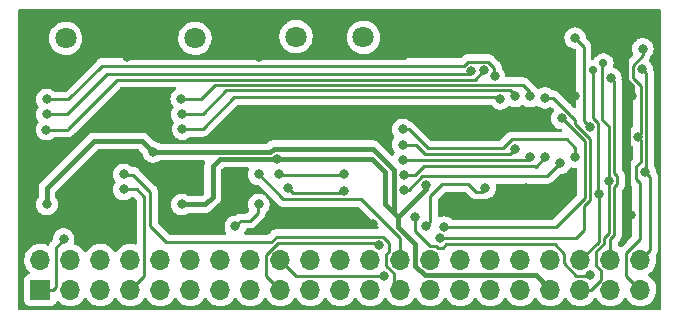
<source format=gbr>
G04 #@! TF.GenerationSoftware,KiCad,Pcbnew,6.0.11*
G04 #@! TF.CreationDate,2024-12-01T17:45:41+01:00*
G04 #@! TF.ProjectId,CCS_analog_mux-16in-18out,4343535f-616e-4616-9c6f-675f6d75782d,rev?*
G04 #@! TF.SameCoordinates,Original*
G04 #@! TF.FileFunction,Copper,L2,Bot*
G04 #@! TF.FilePolarity,Positive*
%FSLAX46Y46*%
G04 Gerber Fmt 4.6, Leading zero omitted, Abs format (unit mm)*
G04 Created by KiCad (PCBNEW 6.0.11) date 2024-12-01 17:45:41*
%MOMM*%
%LPD*%
G01*
G04 APERTURE LIST*
G04 #@! TA.AperFunction,ComponentPad*
%ADD10C,1.800000*%
G04 #@! TD*
G04 #@! TA.AperFunction,ComponentPad*
%ADD11O,1.700000X1.700000*%
G04 #@! TD*
G04 #@! TA.AperFunction,ComponentPad*
%ADD12R,1.700000X1.700000*%
G04 #@! TD*
G04 #@! TA.AperFunction,ViaPad*
%ADD13C,0.800000*%
G04 #@! TD*
G04 #@! TA.AperFunction,ViaPad*
%ADD14C,0.700000*%
G04 #@! TD*
G04 #@! TA.AperFunction,Conductor*
%ADD15C,0.250000*%
G04 #@! TD*
G04 #@! TA.AperFunction,Conductor*
%ADD16C,0.400000*%
G04 #@! TD*
G04 APERTURE END LIST*
D10*
X63590000Y-36070000D03*
X57880000Y-36000000D03*
D11*
X87030000Y-54914000D03*
X87030000Y-57454000D03*
X84490000Y-54914000D03*
X84490000Y-57454000D03*
X81950000Y-54914000D03*
X81950000Y-57454000D03*
X79410000Y-54914000D03*
X79410000Y-57454000D03*
X76870000Y-54914000D03*
X76870000Y-57454000D03*
X74330000Y-54914000D03*
X74330000Y-57454000D03*
X71790000Y-54914000D03*
X71790000Y-57454000D03*
X69250000Y-54914000D03*
X69250000Y-57454000D03*
X66710000Y-54914000D03*
X66710000Y-57454000D03*
X64170000Y-54914000D03*
X64170000Y-57454000D03*
X61630000Y-54914000D03*
X61630000Y-57454000D03*
X59090000Y-54914000D03*
X59090000Y-57454000D03*
X56550000Y-54914000D03*
X56550000Y-57454000D03*
X54010000Y-54914000D03*
X54010000Y-57454000D03*
X51470000Y-54914000D03*
X51470000Y-57454000D03*
X48930000Y-54914000D03*
X48930000Y-57454000D03*
X46390000Y-54914000D03*
X46390000Y-57454000D03*
X43850000Y-54914000D03*
X43850000Y-57454000D03*
X41310000Y-54914000D03*
X41310000Y-57454000D03*
X38770000Y-54914000D03*
X38770000Y-57454000D03*
X36230000Y-54914000D03*
D12*
X36230000Y-57454000D03*
D10*
X49323700Y-36143400D03*
X38376300Y-36143400D03*
D13*
X65390000Y-36950000D03*
X81505500Y-41069500D03*
X59340000Y-42690000D03*
X51120000Y-51040000D03*
X51930000Y-48320000D03*
X70820000Y-49860000D03*
X77370000Y-48840000D03*
X62840000Y-51580000D03*
X64400000Y-51860000D03*
X40480000Y-50320000D03*
X78690000Y-39170000D03*
X52737299Y-52077299D03*
X65120000Y-44600000D03*
X64140000Y-43060000D03*
X70270000Y-42530000D03*
X57160000Y-48810000D03*
X61928690Y-49044500D03*
X56435500Y-47610000D03*
X61928690Y-47595500D03*
X78510103Y-42975500D03*
X73110000Y-43120000D03*
X66920000Y-46440000D03*
X77695500Y-46216000D03*
X78965500Y-46216000D03*
X66980000Y-47700000D03*
X80235500Y-46744500D03*
X67030000Y-48960000D03*
X66895000Y-45145000D03*
X76410000Y-45530000D03*
X81505500Y-46216000D03*
X68860000Y-52030000D03*
X64912400Y-53664500D03*
X65350000Y-56250000D03*
X70423009Y-52123229D03*
X80379234Y-42916153D03*
X70096845Y-53075383D03*
X67914148Y-51245852D03*
X82750000Y-56190000D03*
X66912000Y-43865000D03*
X51724000Y-43865000D03*
X40294000Y-43865000D03*
X35341000Y-37642000D03*
X43590000Y-37724200D03*
X54720000Y-37729700D03*
X86265999Y-51104000D03*
X86354997Y-41009403D03*
X87366200Y-35241700D03*
X36611000Y-52247000D03*
X43596000Y-51993000D03*
X76108000Y-38531000D03*
X68881700Y-48541700D03*
X45780400Y-45770000D03*
X56295480Y-46360001D03*
X48220000Y-50215000D03*
X36790000Y-50215000D03*
X87170000Y-38750000D03*
X87424500Y-47460000D03*
X83504001Y-49298426D03*
D14*
X83054900Y-38848500D03*
D13*
X84529200Y-39535401D03*
X84360000Y-48200000D03*
D14*
X83905800Y-38277000D03*
D13*
X54720000Y-50215000D03*
X43290000Y-48945000D03*
X38205500Y-53136000D03*
X73822000Y-38860100D03*
X36750700Y-43877700D03*
X82751376Y-43628006D03*
X81505500Y-36119500D03*
X78965500Y-41185300D03*
X77695500Y-41069500D03*
X48155300Y-41286900D03*
X76425500Y-41069500D03*
X48220000Y-42595000D03*
X75155500Y-41271089D03*
X48256900Y-43826900D03*
X74682433Y-39369667D03*
X36776100Y-41325000D03*
X72679000Y-38921069D03*
X36790000Y-42595000D03*
X73920000Y-48820000D03*
X43290000Y-47675000D03*
X54720000Y-47675000D03*
X87238673Y-37031101D03*
X86805500Y-44485298D03*
D15*
X87030000Y-57454000D02*
X85854999Y-56278999D01*
X86990499Y-48430499D02*
X86630000Y-48070000D01*
X86630000Y-47020000D02*
X87080499Y-46569501D01*
X85854999Y-56278999D02*
X85854999Y-54285601D01*
X85854999Y-54285601D02*
X86990499Y-53150101D01*
X86990499Y-53150101D02*
X86990499Y-48430499D01*
X86630000Y-48070000D02*
X86630000Y-47020000D01*
X87080499Y-46569501D02*
X87080499Y-44760297D01*
X87080499Y-44760297D02*
X86805500Y-44485298D01*
X87530000Y-47354500D02*
X87424500Y-47460000D01*
X87030000Y-54914000D02*
X87880000Y-54064000D01*
X87880000Y-54064000D02*
X87880000Y-47915500D01*
X87880000Y-47915500D02*
X87424500Y-47460000D01*
X87170000Y-38750000D02*
X87530000Y-39110000D01*
X87530000Y-39110000D02*
X87530000Y-47354500D01*
X36776100Y-41325000D02*
X38604900Y-41325000D01*
X74660200Y-38625298D02*
X74660200Y-39347434D01*
X38604900Y-41325000D02*
X41469900Y-38460000D01*
X41469900Y-38460000D02*
X72090000Y-38460000D01*
X72090000Y-38460000D02*
X72414901Y-38135099D01*
X72414901Y-38135099D02*
X74170001Y-38135099D01*
X74170001Y-38135099D02*
X74660200Y-38625298D01*
X74660200Y-39347434D02*
X74682433Y-39369667D01*
X66710000Y-54914000D02*
X66710000Y-53074310D01*
X66710000Y-53074310D02*
X63405690Y-49770000D01*
X63405690Y-49770000D02*
X56815000Y-49770000D01*
X56815000Y-49770000D02*
X54720000Y-47675000D01*
X82750000Y-56190000D02*
X82690000Y-56250000D01*
X80585000Y-54365000D02*
X79820000Y-53600000D01*
X82690000Y-56250000D02*
X81624299Y-56250000D01*
X81624299Y-56250000D02*
X80585000Y-55210701D01*
X80585000Y-55210701D02*
X80585000Y-54365000D01*
X70596826Y-53600000D02*
X70316826Y-53880000D01*
X79820000Y-53600000D02*
X70596826Y-53600000D01*
X70316826Y-53880000D02*
X69877701Y-53880000D01*
X69877701Y-53880000D02*
X69736701Y-53739000D01*
X69736701Y-53739000D02*
X69199000Y-53739000D01*
X69199000Y-53739000D02*
X67914148Y-52454148D01*
X67914148Y-52454148D02*
X67914148Y-51245852D01*
X68860000Y-52030000D02*
X69230000Y-51660000D01*
X69230000Y-51660000D02*
X69230000Y-49490000D01*
X69230000Y-49490000D02*
X70230000Y-48490000D01*
X70230000Y-48490000D02*
X72470000Y-48490000D01*
X72470000Y-48490000D02*
X73120000Y-49140000D01*
X73120000Y-49140000D02*
X73600000Y-49140000D01*
X73600000Y-49140000D02*
X73920000Y-48820000D01*
X81505500Y-46216000D02*
X81505500Y-45405500D01*
X81505500Y-45405500D02*
X80810000Y-44710000D01*
X67425000Y-43865000D02*
X66912000Y-43865000D01*
X80810000Y-44710000D02*
X76130000Y-44710000D01*
X75390000Y-45450000D02*
X69010000Y-45450000D01*
X76130000Y-44710000D02*
X75390000Y-45450000D01*
X69010000Y-45450000D02*
X67425000Y-43865000D01*
X76400768Y-45539232D02*
X76010000Y-45930000D01*
X76010000Y-45930000D02*
X68780000Y-45930000D01*
X68780000Y-45930000D02*
X68020000Y-45170000D01*
X68020000Y-45170000D02*
X66920000Y-45170000D01*
X66920000Y-45170000D02*
X66895000Y-45145000D01*
X81505500Y-36119500D02*
X82242100Y-36856100D01*
X82242100Y-36856100D02*
X82242100Y-43118730D01*
X82242100Y-43118730D02*
X82751376Y-43628006D01*
X87238673Y-37031101D02*
X87238673Y-37591327D01*
X87080499Y-44210299D02*
X86805500Y-44485298D01*
X87238673Y-37591327D02*
X86380000Y-38450000D01*
X86380000Y-38450000D02*
X86380000Y-39500000D01*
X87080499Y-40200499D02*
X87080499Y-44210299D01*
X86380000Y-39500000D02*
X87080499Y-40200499D01*
D16*
X85855499Y-39717255D02*
X85855499Y-36752401D01*
X86354997Y-40216753D02*
X85855499Y-39717255D01*
X85855499Y-36752401D02*
X87366200Y-35241700D01*
X86354997Y-41009403D02*
X86354997Y-40216753D01*
X45780400Y-45770000D02*
X44840400Y-44830000D01*
X36790000Y-48840000D02*
X36790000Y-50215000D01*
X44840400Y-44830000D02*
X40800000Y-44830000D01*
X40800000Y-44830000D02*
X36790000Y-48840000D01*
D15*
X62000000Y-48970000D02*
X61720000Y-49250000D01*
X61720000Y-49250000D02*
X57600000Y-49250000D01*
X57600000Y-49250000D02*
X57160000Y-48810000D01*
X65535000Y-54427299D02*
X65535000Y-55400701D01*
X65760000Y-54202299D02*
X65535000Y-54427299D01*
X55776609Y-53390000D02*
X56226609Y-52940000D01*
X65250000Y-52940000D02*
X65760000Y-53450000D01*
X56226609Y-52940000D02*
X65250000Y-52940000D01*
X46898000Y-53390000D02*
X55776609Y-53390000D01*
X65535000Y-55400701D02*
X66160000Y-56025701D01*
X65760000Y-53450000D02*
X65760000Y-54202299D01*
X45540000Y-52032000D02*
X46898000Y-53390000D01*
X45540000Y-49125000D02*
X45540000Y-52032000D01*
X44102700Y-47687700D02*
X45540000Y-49125000D01*
X66160000Y-56904000D02*
X66710000Y-57454000D01*
X43302700Y-47687700D02*
X44102700Y-47687700D01*
X43290000Y-47675000D02*
X43302700Y-47687700D01*
X66160000Y-56025701D02*
X66160000Y-56904000D01*
X56322299Y-53480000D02*
X64727900Y-53480000D01*
X64727900Y-53480000D02*
X64912400Y-53664500D01*
X56550000Y-57454000D02*
X55330000Y-56234000D01*
X55330000Y-56234000D02*
X55330000Y-54472299D01*
X55330000Y-54472299D02*
X56322299Y-53480000D01*
X37594999Y-57189001D02*
X37594999Y-53803001D01*
X38205500Y-53192500D02*
X38205500Y-53136000D01*
X37330000Y-57454000D02*
X37594999Y-57189001D01*
X37594999Y-53803001D02*
X38205500Y-53192500D01*
X36230000Y-57454000D02*
X37330000Y-57454000D01*
D16*
X86354997Y-41009403D02*
X86006000Y-41358400D01*
X86006000Y-41358400D02*
X86006000Y-50844001D01*
X86006000Y-50844001D02*
X86265999Y-51104000D01*
D15*
X54670400Y-50264600D02*
X54670400Y-50900800D01*
X54670400Y-50900800D02*
X53959200Y-51612000D01*
X53202598Y-51612000D02*
X52737299Y-52077299D01*
X53959200Y-51612000D02*
X53202598Y-51612000D01*
X54720000Y-50215000D02*
X54670400Y-50264600D01*
D16*
X66510000Y-51240000D02*
X66030000Y-50760000D01*
X66030000Y-50760000D02*
X65440000Y-50170000D01*
X45780400Y-45770000D02*
X55700000Y-45770000D01*
X66150000Y-47260000D02*
X66150000Y-50640000D01*
X55700000Y-45770000D02*
X55980000Y-45490000D01*
X55980000Y-45490000D02*
X64380000Y-45490000D01*
X64380000Y-45490000D02*
X66150000Y-47260000D01*
X66150000Y-50640000D02*
X66030000Y-50760000D01*
X50835000Y-49580000D02*
X50835000Y-46950000D01*
X50835000Y-46950000D02*
X51425000Y-46360000D01*
X65440000Y-47484500D02*
X64315501Y-46360001D01*
X65440000Y-50170000D02*
X65440000Y-47484500D01*
X51425000Y-46360000D02*
X56295480Y-46360001D01*
X64315501Y-46360001D02*
X56295480Y-46360001D01*
D15*
X61820000Y-47680000D02*
X56505500Y-47680000D01*
X56505500Y-47680000D02*
X56435500Y-47610000D01*
X79162800Y-47817200D02*
X80235500Y-46744500D01*
X67438802Y-48960000D02*
X68581602Y-47817200D01*
X67030000Y-48960000D02*
X67438802Y-48960000D01*
D16*
X68881700Y-48868300D02*
X68881700Y-48541700D01*
D15*
X68581602Y-47817200D02*
X79162800Y-47817200D01*
D16*
X66510000Y-51240000D02*
X68881700Y-48868300D01*
D15*
X79609898Y-41185300D02*
X80616251Y-42191653D01*
X84360000Y-43576342D02*
X83804200Y-43020542D01*
X83969501Y-53034199D02*
X84360000Y-52643700D01*
X81950000Y-57454000D02*
X82828299Y-57454000D01*
X81103734Y-42642275D02*
X81104898Y-42643439D01*
X81104898Y-42663999D02*
X81113158Y-42672259D01*
X82280000Y-50355690D02*
X82280000Y-52370000D01*
X82779501Y-44680730D02*
X82779501Y-49856189D01*
X82828299Y-57454000D02*
X83660000Y-56622299D01*
X81103734Y-42616055D02*
X81103734Y-42642275D01*
X83461574Y-43942406D02*
X83461574Y-49255999D01*
X83969501Y-53530189D02*
X83969501Y-53034199D01*
X83461574Y-49255999D02*
X83504001Y-49298426D01*
X83804200Y-38289700D02*
X83905800Y-38188100D01*
X83475876Y-43928104D02*
X83461574Y-43942406D01*
X83475876Y-43327908D02*
X83475876Y-43928104D01*
X83804200Y-43020542D02*
X83804200Y-38289700D01*
X81113158Y-42672259D02*
X81113158Y-42673852D01*
X80616251Y-42191653D02*
X80679332Y-42191653D01*
X79876771Y-52123229D02*
X82330000Y-49670000D01*
X80679332Y-42191653D02*
X81103734Y-42616055D01*
X81114319Y-42681166D02*
X81120774Y-42687621D01*
X82330000Y-49670000D02*
X82330000Y-44866919D01*
X81113158Y-42673852D02*
X81114319Y-42675013D01*
X81120774Y-42687621D02*
X81120774Y-42696176D01*
X83315000Y-55400701D02*
X83314999Y-54184691D01*
X70423009Y-52123229D02*
X79876771Y-52123229D01*
X81120774Y-42696176D02*
X81509501Y-43084903D01*
X78965500Y-41185300D02*
X79609898Y-41185300D01*
X82779501Y-49856189D02*
X82280000Y-50355690D01*
X83660000Y-56622299D02*
X83660000Y-55745701D01*
X83054900Y-42906932D02*
X83475876Y-43327908D01*
X81509501Y-43410730D02*
X82779501Y-44680730D01*
X83054900Y-38810400D02*
X83054900Y-42906932D01*
X82280000Y-52370000D02*
X81624547Y-53025453D01*
X70146775Y-53025453D02*
X70096845Y-53075383D01*
X83314999Y-54184691D02*
X83969501Y-53530189D01*
X81509501Y-43084903D02*
X81509501Y-43410730D01*
X84360000Y-52643700D02*
X84360000Y-43576342D01*
X81104898Y-42643439D02*
X81104898Y-42663999D01*
X82330000Y-44866919D02*
X80379234Y-42916153D01*
X81114319Y-42675013D02*
X81114319Y-42681166D01*
X81624547Y-53025453D02*
X70146775Y-53025453D01*
X83660000Y-55745701D02*
X83315000Y-55400701D01*
D16*
X87366200Y-35241700D02*
X87366200Y-35106200D01*
X87366200Y-35106200D02*
X86219000Y-33959000D01*
X86219000Y-33959000D02*
X83550200Y-33959000D01*
D15*
X66980000Y-47700000D02*
X67950000Y-47700000D01*
X68680000Y-46970000D02*
X78100000Y-46970000D01*
X67950000Y-47700000D02*
X68680000Y-46970000D01*
X78100000Y-46970000D02*
X78160000Y-47030000D01*
X78160000Y-47030000D02*
X78965500Y-46224500D01*
X78965500Y-46224500D02*
X78965500Y-46216000D01*
X66920000Y-46440000D02*
X77471500Y-46440000D01*
X77471500Y-46440000D02*
X77695500Y-46216000D01*
D16*
X67960000Y-53582554D02*
X67960000Y-55391767D01*
X66510000Y-51240000D02*
X66510000Y-52132554D01*
X66510000Y-52132554D02*
X67960000Y-53582554D01*
X67960000Y-55391767D02*
X68772232Y-56203999D01*
X68772232Y-56203999D02*
X78159999Y-56203999D01*
X78159999Y-56203999D02*
X79410000Y-57454000D01*
D15*
X83504001Y-53359999D02*
X83504001Y-49298426D01*
X81950000Y-54914000D02*
X83504001Y-53359999D01*
X85084500Y-47839902D02*
X85084500Y-48500098D01*
X84490000Y-53149390D02*
X84490000Y-54914000D01*
X84809501Y-39815702D02*
X84809501Y-47564903D01*
X84809501Y-47564903D02*
X85084500Y-47839902D01*
X85084500Y-48500098D02*
X84809501Y-48775097D01*
X84809501Y-48775097D02*
X84809501Y-52829889D01*
X84809501Y-52829889D02*
X84490000Y-53149390D01*
X84529200Y-39535401D02*
X84809501Y-39815702D01*
X65350000Y-56250000D02*
X57886000Y-56250000D01*
X57886000Y-56250000D02*
X56550000Y-54914000D01*
D16*
X54714500Y-37724200D02*
X54720000Y-37729700D01*
X43590000Y-37724200D02*
X54714500Y-37724200D01*
X66988200Y-37729700D02*
X67027500Y-37769000D01*
X54720000Y-37729700D02*
X66988200Y-37729700D01*
X67027500Y-37769000D02*
X70799400Y-33997100D01*
X70799400Y-33997100D02*
X83550200Y-33959000D01*
X50835000Y-49580000D02*
X50200000Y-50215000D01*
X50200000Y-50215000D02*
X48220000Y-50215000D01*
D15*
X44408800Y-48945000D02*
X43290000Y-48945000D01*
X45025001Y-49561201D02*
X44408800Y-48945000D01*
X45025001Y-56278999D02*
X45025001Y-49561201D01*
X43850000Y-57454000D02*
X45025001Y-56278999D01*
X38541400Y-43826900D02*
X42722231Y-39646069D01*
X73036031Y-39646069D02*
X73822000Y-38860100D01*
X42722231Y-39646069D02*
X73036031Y-39646069D01*
X38541400Y-43826900D02*
X38541400Y-43877700D01*
X38541400Y-43877700D02*
X36750700Y-43877700D01*
X77695500Y-40683258D02*
X77695500Y-41069500D01*
X77108321Y-40096079D02*
X77695500Y-40683258D01*
X51047921Y-40096079D02*
X77108321Y-40096079D01*
X49857100Y-41286900D02*
X51047921Y-40096079D01*
X49857100Y-41286900D02*
X48155300Y-41286900D01*
X49984100Y-42531500D02*
X51969511Y-40546089D01*
X73851611Y-40546089D02*
X76027589Y-40546089D01*
X51969511Y-40546089D02*
X73851611Y-40546089D01*
X76425500Y-40944000D02*
X76425500Y-41069500D01*
X76027589Y-40546089D02*
X76425500Y-40944000D01*
X49984100Y-42531500D02*
X48269600Y-42531500D01*
X48220000Y-42581100D02*
X48220000Y-42595000D01*
X48269600Y-42531500D02*
X48220000Y-42581100D01*
X75030510Y-41146099D02*
X75155500Y-41271089D01*
X52664901Y-41146099D02*
X75030510Y-41146099D01*
X49984100Y-43826900D02*
X52664901Y-41146099D01*
X49984100Y-43826900D02*
X48256900Y-43826900D01*
X38465200Y-42531500D02*
X41856100Y-39140600D01*
X72459469Y-39140600D02*
X72679000Y-38921069D01*
X41856100Y-39140600D02*
X72459469Y-39140600D01*
X38465200Y-42531500D02*
X36776100Y-42531500D01*
X36790000Y-42545400D02*
X36790000Y-42595000D01*
X36776100Y-42531500D02*
X36790000Y-42545400D01*
G04 #@! TA.AperFunction,Conductor*
G36*
X88733621Y-33678502D02*
G01*
X88780114Y-33732158D01*
X88791500Y-33784500D01*
X88791500Y-59015500D01*
X88771498Y-59083621D01*
X88717842Y-59130114D01*
X88665500Y-59141500D01*
X34434500Y-59141500D01*
X34366379Y-59121498D01*
X34319886Y-59067842D01*
X34308500Y-59015500D01*
X34308500Y-54880695D01*
X34867251Y-54880695D01*
X34867548Y-54885848D01*
X34867548Y-54885851D01*
X34873011Y-54980590D01*
X34880110Y-55103715D01*
X34881247Y-55108761D01*
X34881248Y-55108767D01*
X34888458Y-55140759D01*
X34929222Y-55321639D01*
X35013266Y-55528616D01*
X35053041Y-55593523D01*
X35127291Y-55714688D01*
X35129987Y-55719088D01*
X35276250Y-55887938D01*
X35280230Y-55891242D01*
X35284981Y-55895187D01*
X35324616Y-55954090D01*
X35326113Y-56025071D01*
X35288997Y-56085593D01*
X35248725Y-56110112D01*
X35201129Y-56127955D01*
X35133295Y-56153385D01*
X35016739Y-56240739D01*
X34929385Y-56357295D01*
X34878255Y-56493684D01*
X34871500Y-56555866D01*
X34871500Y-58352134D01*
X34878255Y-58414316D01*
X34929385Y-58550705D01*
X35016739Y-58667261D01*
X35133295Y-58754615D01*
X35269684Y-58805745D01*
X35331866Y-58812500D01*
X37128134Y-58812500D01*
X37190316Y-58805745D01*
X37326705Y-58754615D01*
X37443261Y-58667261D01*
X37530615Y-58550705D01*
X37552799Y-58491529D01*
X37574598Y-58433382D01*
X37617240Y-58376618D01*
X37683802Y-58351918D01*
X37753150Y-58367126D01*
X37787817Y-58395114D01*
X37816250Y-58427938D01*
X37988126Y-58570632D01*
X38181000Y-58683338D01*
X38389692Y-58763030D01*
X38394760Y-58764061D01*
X38394763Y-58764062D01*
X38502017Y-58785883D01*
X38608597Y-58807567D01*
X38613772Y-58807757D01*
X38613774Y-58807757D01*
X38826673Y-58815564D01*
X38826677Y-58815564D01*
X38831837Y-58815753D01*
X38836957Y-58815097D01*
X38836959Y-58815097D01*
X39048288Y-58788025D01*
X39048289Y-58788025D01*
X39053416Y-58787368D01*
X39058366Y-58785883D01*
X39262429Y-58724661D01*
X39262434Y-58724659D01*
X39267384Y-58723174D01*
X39467994Y-58624896D01*
X39649860Y-58495173D01*
X39808096Y-58337489D01*
X39938453Y-58156077D01*
X39939776Y-58157028D01*
X39986645Y-58113857D01*
X40056580Y-58101625D01*
X40122026Y-58129144D01*
X40149875Y-58160994D01*
X40209987Y-58259088D01*
X40356250Y-58427938D01*
X40528126Y-58570632D01*
X40721000Y-58683338D01*
X40929692Y-58763030D01*
X40934760Y-58764061D01*
X40934763Y-58764062D01*
X41042017Y-58785883D01*
X41148597Y-58807567D01*
X41153772Y-58807757D01*
X41153774Y-58807757D01*
X41366673Y-58815564D01*
X41366677Y-58815564D01*
X41371837Y-58815753D01*
X41376957Y-58815097D01*
X41376959Y-58815097D01*
X41588288Y-58788025D01*
X41588289Y-58788025D01*
X41593416Y-58787368D01*
X41598366Y-58785883D01*
X41802429Y-58724661D01*
X41802434Y-58724659D01*
X41807384Y-58723174D01*
X42007994Y-58624896D01*
X42189860Y-58495173D01*
X42348096Y-58337489D01*
X42478453Y-58156077D01*
X42479776Y-58157028D01*
X42526645Y-58113857D01*
X42596580Y-58101625D01*
X42662026Y-58129144D01*
X42689875Y-58160994D01*
X42749987Y-58259088D01*
X42896250Y-58427938D01*
X43068126Y-58570632D01*
X43261000Y-58683338D01*
X43469692Y-58763030D01*
X43474760Y-58764061D01*
X43474763Y-58764062D01*
X43582017Y-58785883D01*
X43688597Y-58807567D01*
X43693772Y-58807757D01*
X43693774Y-58807757D01*
X43906673Y-58815564D01*
X43906677Y-58815564D01*
X43911837Y-58815753D01*
X43916957Y-58815097D01*
X43916959Y-58815097D01*
X44128288Y-58788025D01*
X44128289Y-58788025D01*
X44133416Y-58787368D01*
X44138366Y-58785883D01*
X44342429Y-58724661D01*
X44342434Y-58724659D01*
X44347384Y-58723174D01*
X44547994Y-58624896D01*
X44729860Y-58495173D01*
X44888096Y-58337489D01*
X45018453Y-58156077D01*
X45019776Y-58157028D01*
X45066645Y-58113857D01*
X45136580Y-58101625D01*
X45202026Y-58129144D01*
X45229875Y-58160994D01*
X45289987Y-58259088D01*
X45436250Y-58427938D01*
X45608126Y-58570632D01*
X45801000Y-58683338D01*
X46009692Y-58763030D01*
X46014760Y-58764061D01*
X46014763Y-58764062D01*
X46122017Y-58785883D01*
X46228597Y-58807567D01*
X46233772Y-58807757D01*
X46233774Y-58807757D01*
X46446673Y-58815564D01*
X46446677Y-58815564D01*
X46451837Y-58815753D01*
X46456957Y-58815097D01*
X46456959Y-58815097D01*
X46668288Y-58788025D01*
X46668289Y-58788025D01*
X46673416Y-58787368D01*
X46678366Y-58785883D01*
X46882429Y-58724661D01*
X46882434Y-58724659D01*
X46887384Y-58723174D01*
X47087994Y-58624896D01*
X47269860Y-58495173D01*
X47428096Y-58337489D01*
X47558453Y-58156077D01*
X47559776Y-58157028D01*
X47606645Y-58113857D01*
X47676580Y-58101625D01*
X47742026Y-58129144D01*
X47769875Y-58160994D01*
X47829987Y-58259088D01*
X47976250Y-58427938D01*
X48148126Y-58570632D01*
X48341000Y-58683338D01*
X48549692Y-58763030D01*
X48554760Y-58764061D01*
X48554763Y-58764062D01*
X48662017Y-58785883D01*
X48768597Y-58807567D01*
X48773772Y-58807757D01*
X48773774Y-58807757D01*
X48986673Y-58815564D01*
X48986677Y-58815564D01*
X48991837Y-58815753D01*
X48996957Y-58815097D01*
X48996959Y-58815097D01*
X49208288Y-58788025D01*
X49208289Y-58788025D01*
X49213416Y-58787368D01*
X49218366Y-58785883D01*
X49422429Y-58724661D01*
X49422434Y-58724659D01*
X49427384Y-58723174D01*
X49627994Y-58624896D01*
X49809860Y-58495173D01*
X49968096Y-58337489D01*
X50098453Y-58156077D01*
X50099776Y-58157028D01*
X50146645Y-58113857D01*
X50216580Y-58101625D01*
X50282026Y-58129144D01*
X50309875Y-58160994D01*
X50369987Y-58259088D01*
X50516250Y-58427938D01*
X50688126Y-58570632D01*
X50881000Y-58683338D01*
X51089692Y-58763030D01*
X51094760Y-58764061D01*
X51094763Y-58764062D01*
X51202017Y-58785883D01*
X51308597Y-58807567D01*
X51313772Y-58807757D01*
X51313774Y-58807757D01*
X51526673Y-58815564D01*
X51526677Y-58815564D01*
X51531837Y-58815753D01*
X51536957Y-58815097D01*
X51536959Y-58815097D01*
X51748288Y-58788025D01*
X51748289Y-58788025D01*
X51753416Y-58787368D01*
X51758366Y-58785883D01*
X51962429Y-58724661D01*
X51962434Y-58724659D01*
X51967384Y-58723174D01*
X52167994Y-58624896D01*
X52349860Y-58495173D01*
X52508096Y-58337489D01*
X52638453Y-58156077D01*
X52639776Y-58157028D01*
X52686645Y-58113857D01*
X52756580Y-58101625D01*
X52822026Y-58129144D01*
X52849875Y-58160994D01*
X52909987Y-58259088D01*
X53056250Y-58427938D01*
X53228126Y-58570632D01*
X53421000Y-58683338D01*
X53629692Y-58763030D01*
X53634760Y-58764061D01*
X53634763Y-58764062D01*
X53742017Y-58785883D01*
X53848597Y-58807567D01*
X53853772Y-58807757D01*
X53853774Y-58807757D01*
X54066673Y-58815564D01*
X54066677Y-58815564D01*
X54071837Y-58815753D01*
X54076957Y-58815097D01*
X54076959Y-58815097D01*
X54288288Y-58788025D01*
X54288289Y-58788025D01*
X54293416Y-58787368D01*
X54298366Y-58785883D01*
X54502429Y-58724661D01*
X54502434Y-58724659D01*
X54507384Y-58723174D01*
X54707994Y-58624896D01*
X54889860Y-58495173D01*
X55048096Y-58337489D01*
X55178453Y-58156077D01*
X55179776Y-58157028D01*
X55226645Y-58113857D01*
X55296580Y-58101625D01*
X55362026Y-58129144D01*
X55389875Y-58160994D01*
X55449987Y-58259088D01*
X55596250Y-58427938D01*
X55768126Y-58570632D01*
X55961000Y-58683338D01*
X56169692Y-58763030D01*
X56174760Y-58764061D01*
X56174763Y-58764062D01*
X56282017Y-58785883D01*
X56388597Y-58807567D01*
X56393772Y-58807757D01*
X56393774Y-58807757D01*
X56606673Y-58815564D01*
X56606677Y-58815564D01*
X56611837Y-58815753D01*
X56616957Y-58815097D01*
X56616959Y-58815097D01*
X56828288Y-58788025D01*
X56828289Y-58788025D01*
X56833416Y-58787368D01*
X56838366Y-58785883D01*
X57042429Y-58724661D01*
X57042434Y-58724659D01*
X57047384Y-58723174D01*
X57247994Y-58624896D01*
X57429860Y-58495173D01*
X57588096Y-58337489D01*
X57718453Y-58156077D01*
X57719776Y-58157028D01*
X57766645Y-58113857D01*
X57836580Y-58101625D01*
X57902026Y-58129144D01*
X57929875Y-58160994D01*
X57989987Y-58259088D01*
X58136250Y-58427938D01*
X58308126Y-58570632D01*
X58501000Y-58683338D01*
X58709692Y-58763030D01*
X58714760Y-58764061D01*
X58714763Y-58764062D01*
X58822017Y-58785883D01*
X58928597Y-58807567D01*
X58933772Y-58807757D01*
X58933774Y-58807757D01*
X59146673Y-58815564D01*
X59146677Y-58815564D01*
X59151837Y-58815753D01*
X59156957Y-58815097D01*
X59156959Y-58815097D01*
X59368288Y-58788025D01*
X59368289Y-58788025D01*
X59373416Y-58787368D01*
X59378366Y-58785883D01*
X59582429Y-58724661D01*
X59582434Y-58724659D01*
X59587384Y-58723174D01*
X59787994Y-58624896D01*
X59969860Y-58495173D01*
X60128096Y-58337489D01*
X60258453Y-58156077D01*
X60259776Y-58157028D01*
X60306645Y-58113857D01*
X60376580Y-58101625D01*
X60442026Y-58129144D01*
X60469875Y-58160994D01*
X60529987Y-58259088D01*
X60676250Y-58427938D01*
X60848126Y-58570632D01*
X61041000Y-58683338D01*
X61249692Y-58763030D01*
X61254760Y-58764061D01*
X61254763Y-58764062D01*
X61362017Y-58785883D01*
X61468597Y-58807567D01*
X61473772Y-58807757D01*
X61473774Y-58807757D01*
X61686673Y-58815564D01*
X61686677Y-58815564D01*
X61691837Y-58815753D01*
X61696957Y-58815097D01*
X61696959Y-58815097D01*
X61908288Y-58788025D01*
X61908289Y-58788025D01*
X61913416Y-58787368D01*
X61918366Y-58785883D01*
X62122429Y-58724661D01*
X62122434Y-58724659D01*
X62127384Y-58723174D01*
X62327994Y-58624896D01*
X62509860Y-58495173D01*
X62668096Y-58337489D01*
X62798453Y-58156077D01*
X62799776Y-58157028D01*
X62846645Y-58113857D01*
X62916580Y-58101625D01*
X62982026Y-58129144D01*
X63009875Y-58160994D01*
X63069987Y-58259088D01*
X63216250Y-58427938D01*
X63388126Y-58570632D01*
X63581000Y-58683338D01*
X63789692Y-58763030D01*
X63794760Y-58764061D01*
X63794763Y-58764062D01*
X63902017Y-58785883D01*
X64008597Y-58807567D01*
X64013772Y-58807757D01*
X64013774Y-58807757D01*
X64226673Y-58815564D01*
X64226677Y-58815564D01*
X64231837Y-58815753D01*
X64236957Y-58815097D01*
X64236959Y-58815097D01*
X64448288Y-58788025D01*
X64448289Y-58788025D01*
X64453416Y-58787368D01*
X64458366Y-58785883D01*
X64662429Y-58724661D01*
X64662434Y-58724659D01*
X64667384Y-58723174D01*
X64867994Y-58624896D01*
X65049860Y-58495173D01*
X65208096Y-58337489D01*
X65338453Y-58156077D01*
X65339776Y-58157028D01*
X65386645Y-58113857D01*
X65456580Y-58101625D01*
X65522026Y-58129144D01*
X65549875Y-58160994D01*
X65609987Y-58259088D01*
X65756250Y-58427938D01*
X65928126Y-58570632D01*
X66121000Y-58683338D01*
X66329692Y-58763030D01*
X66334760Y-58764061D01*
X66334763Y-58764062D01*
X66442017Y-58785883D01*
X66548597Y-58807567D01*
X66553772Y-58807757D01*
X66553774Y-58807757D01*
X66766673Y-58815564D01*
X66766677Y-58815564D01*
X66771837Y-58815753D01*
X66776957Y-58815097D01*
X66776959Y-58815097D01*
X66988288Y-58788025D01*
X66988289Y-58788025D01*
X66993416Y-58787368D01*
X66998366Y-58785883D01*
X67202429Y-58724661D01*
X67202434Y-58724659D01*
X67207384Y-58723174D01*
X67407994Y-58624896D01*
X67589860Y-58495173D01*
X67748096Y-58337489D01*
X67878453Y-58156077D01*
X67879776Y-58157028D01*
X67926645Y-58113857D01*
X67996580Y-58101625D01*
X68062026Y-58129144D01*
X68089875Y-58160994D01*
X68149987Y-58259088D01*
X68296250Y-58427938D01*
X68468126Y-58570632D01*
X68661000Y-58683338D01*
X68869692Y-58763030D01*
X68874760Y-58764061D01*
X68874763Y-58764062D01*
X68982017Y-58785883D01*
X69088597Y-58807567D01*
X69093772Y-58807757D01*
X69093774Y-58807757D01*
X69306673Y-58815564D01*
X69306677Y-58815564D01*
X69311837Y-58815753D01*
X69316957Y-58815097D01*
X69316959Y-58815097D01*
X69528288Y-58788025D01*
X69528289Y-58788025D01*
X69533416Y-58787368D01*
X69538366Y-58785883D01*
X69742429Y-58724661D01*
X69742434Y-58724659D01*
X69747384Y-58723174D01*
X69947994Y-58624896D01*
X70129860Y-58495173D01*
X70288096Y-58337489D01*
X70418453Y-58156077D01*
X70419776Y-58157028D01*
X70466645Y-58113857D01*
X70536580Y-58101625D01*
X70602026Y-58129144D01*
X70629875Y-58160994D01*
X70689987Y-58259088D01*
X70836250Y-58427938D01*
X71008126Y-58570632D01*
X71201000Y-58683338D01*
X71409692Y-58763030D01*
X71414760Y-58764061D01*
X71414763Y-58764062D01*
X71522017Y-58785883D01*
X71628597Y-58807567D01*
X71633772Y-58807757D01*
X71633774Y-58807757D01*
X71846673Y-58815564D01*
X71846677Y-58815564D01*
X71851837Y-58815753D01*
X71856957Y-58815097D01*
X71856959Y-58815097D01*
X72068288Y-58788025D01*
X72068289Y-58788025D01*
X72073416Y-58787368D01*
X72078366Y-58785883D01*
X72282429Y-58724661D01*
X72282434Y-58724659D01*
X72287384Y-58723174D01*
X72487994Y-58624896D01*
X72669860Y-58495173D01*
X72828096Y-58337489D01*
X72958453Y-58156077D01*
X72959776Y-58157028D01*
X73006645Y-58113857D01*
X73076580Y-58101625D01*
X73142026Y-58129144D01*
X73169875Y-58160994D01*
X73229987Y-58259088D01*
X73376250Y-58427938D01*
X73548126Y-58570632D01*
X73741000Y-58683338D01*
X73949692Y-58763030D01*
X73954760Y-58764061D01*
X73954763Y-58764062D01*
X74062017Y-58785883D01*
X74168597Y-58807567D01*
X74173772Y-58807757D01*
X74173774Y-58807757D01*
X74386673Y-58815564D01*
X74386677Y-58815564D01*
X74391837Y-58815753D01*
X74396957Y-58815097D01*
X74396959Y-58815097D01*
X74608288Y-58788025D01*
X74608289Y-58788025D01*
X74613416Y-58787368D01*
X74618366Y-58785883D01*
X74822429Y-58724661D01*
X74822434Y-58724659D01*
X74827384Y-58723174D01*
X75027994Y-58624896D01*
X75209860Y-58495173D01*
X75368096Y-58337489D01*
X75498453Y-58156077D01*
X75499776Y-58157028D01*
X75546645Y-58113857D01*
X75616580Y-58101625D01*
X75682026Y-58129144D01*
X75709875Y-58160994D01*
X75769987Y-58259088D01*
X75916250Y-58427938D01*
X76088126Y-58570632D01*
X76281000Y-58683338D01*
X76489692Y-58763030D01*
X76494760Y-58764061D01*
X76494763Y-58764062D01*
X76602017Y-58785883D01*
X76708597Y-58807567D01*
X76713772Y-58807757D01*
X76713774Y-58807757D01*
X76926673Y-58815564D01*
X76926677Y-58815564D01*
X76931837Y-58815753D01*
X76936957Y-58815097D01*
X76936959Y-58815097D01*
X77148288Y-58788025D01*
X77148289Y-58788025D01*
X77153416Y-58787368D01*
X77158366Y-58785883D01*
X77362429Y-58724661D01*
X77362434Y-58724659D01*
X77367384Y-58723174D01*
X77567994Y-58624896D01*
X77749860Y-58495173D01*
X77908096Y-58337489D01*
X78038453Y-58156077D01*
X78039776Y-58157028D01*
X78086645Y-58113857D01*
X78156580Y-58101625D01*
X78222026Y-58129144D01*
X78249875Y-58160994D01*
X78309987Y-58259088D01*
X78456250Y-58427938D01*
X78628126Y-58570632D01*
X78821000Y-58683338D01*
X79029692Y-58763030D01*
X79034760Y-58764061D01*
X79034763Y-58764062D01*
X79142017Y-58785883D01*
X79248597Y-58807567D01*
X79253772Y-58807757D01*
X79253774Y-58807757D01*
X79466673Y-58815564D01*
X79466677Y-58815564D01*
X79471837Y-58815753D01*
X79476957Y-58815097D01*
X79476959Y-58815097D01*
X79688288Y-58788025D01*
X79688289Y-58788025D01*
X79693416Y-58787368D01*
X79698366Y-58785883D01*
X79902429Y-58724661D01*
X79902434Y-58724659D01*
X79907384Y-58723174D01*
X80107994Y-58624896D01*
X80289860Y-58495173D01*
X80448096Y-58337489D01*
X80578453Y-58156077D01*
X80579776Y-58157028D01*
X80626645Y-58113857D01*
X80696580Y-58101625D01*
X80762026Y-58129144D01*
X80789875Y-58160994D01*
X80849987Y-58259088D01*
X80996250Y-58427938D01*
X81168126Y-58570632D01*
X81361000Y-58683338D01*
X81569692Y-58763030D01*
X81574760Y-58764061D01*
X81574763Y-58764062D01*
X81682017Y-58785883D01*
X81788597Y-58807567D01*
X81793772Y-58807757D01*
X81793774Y-58807757D01*
X82006673Y-58815564D01*
X82006677Y-58815564D01*
X82011837Y-58815753D01*
X82016957Y-58815097D01*
X82016959Y-58815097D01*
X82228288Y-58788025D01*
X82228289Y-58788025D01*
X82233416Y-58787368D01*
X82238366Y-58785883D01*
X82442429Y-58724661D01*
X82442434Y-58724659D01*
X82447384Y-58723174D01*
X82647994Y-58624896D01*
X82829860Y-58495173D01*
X82988096Y-58337489D01*
X83118453Y-58156077D01*
X83119774Y-58157026D01*
X83166663Y-58113849D01*
X83236600Y-58101628D01*
X83302042Y-58129158D01*
X83329874Y-58160995D01*
X83387285Y-58254680D01*
X83387290Y-58254687D01*
X83389987Y-58259088D01*
X83536250Y-58427938D01*
X83708126Y-58570632D01*
X83901000Y-58683338D01*
X84109692Y-58763030D01*
X84114760Y-58764061D01*
X84114763Y-58764062D01*
X84222017Y-58785883D01*
X84328597Y-58807567D01*
X84333772Y-58807757D01*
X84333774Y-58807757D01*
X84546673Y-58815564D01*
X84546677Y-58815564D01*
X84551837Y-58815753D01*
X84556957Y-58815097D01*
X84556959Y-58815097D01*
X84768288Y-58788025D01*
X84768289Y-58788025D01*
X84773416Y-58787368D01*
X84778366Y-58785883D01*
X84982429Y-58724661D01*
X84982434Y-58724659D01*
X84987384Y-58723174D01*
X85187994Y-58624896D01*
X85369860Y-58495173D01*
X85528096Y-58337489D01*
X85658453Y-58156077D01*
X85659776Y-58157028D01*
X85706645Y-58113857D01*
X85776580Y-58101625D01*
X85842026Y-58129144D01*
X85869875Y-58160994D01*
X85929987Y-58259088D01*
X86076250Y-58427938D01*
X86248126Y-58570632D01*
X86441000Y-58683338D01*
X86649692Y-58763030D01*
X86654760Y-58764061D01*
X86654763Y-58764062D01*
X86762017Y-58785883D01*
X86868597Y-58807567D01*
X86873772Y-58807757D01*
X86873774Y-58807757D01*
X87086673Y-58815564D01*
X87086677Y-58815564D01*
X87091837Y-58815753D01*
X87096957Y-58815097D01*
X87096959Y-58815097D01*
X87308288Y-58788025D01*
X87308289Y-58788025D01*
X87313416Y-58787368D01*
X87318366Y-58785883D01*
X87522429Y-58724661D01*
X87522434Y-58724659D01*
X87527384Y-58723174D01*
X87727994Y-58624896D01*
X87909860Y-58495173D01*
X88068096Y-58337489D01*
X88198453Y-58156077D01*
X88219320Y-58113857D01*
X88295136Y-57960453D01*
X88295137Y-57960451D01*
X88297430Y-57955811D01*
X88362370Y-57742069D01*
X88391529Y-57520590D01*
X88393156Y-57454000D01*
X88374852Y-57231361D01*
X88320431Y-57014702D01*
X88231354Y-56809840D01*
X88191906Y-56748862D01*
X88112822Y-56626617D01*
X88112820Y-56626614D01*
X88110014Y-56622277D01*
X87959670Y-56457051D01*
X87955619Y-56453852D01*
X87955615Y-56453848D01*
X87788414Y-56321800D01*
X87788410Y-56321798D01*
X87784359Y-56318598D01*
X87743053Y-56295796D01*
X87693084Y-56245364D01*
X87678312Y-56175921D01*
X87703428Y-56109516D01*
X87730780Y-56082909D01*
X87792323Y-56039011D01*
X87909860Y-55955173D01*
X87931457Y-55933652D01*
X88064435Y-55801137D01*
X88068096Y-55797489D01*
X88127594Y-55714689D01*
X88195435Y-55620277D01*
X88198453Y-55616077D01*
X88219320Y-55573857D01*
X88295136Y-55420453D01*
X88295137Y-55420451D01*
X88297430Y-55415811D01*
X88362370Y-55202069D01*
X88391529Y-54980590D01*
X88393156Y-54914000D01*
X88374852Y-54691361D01*
X88346261Y-54577536D01*
X88349065Y-54506595D01*
X88376615Y-54460588D01*
X88391159Y-54445100D01*
X88396586Y-54439321D01*
X88404236Y-54425406D01*
X88406346Y-54421568D01*
X88417202Y-54405041D01*
X88424757Y-54395302D01*
X88424758Y-54395300D01*
X88429614Y-54389040D01*
X88447174Y-54348460D01*
X88452391Y-54337812D01*
X88469875Y-54306009D01*
X88469876Y-54306007D01*
X88473695Y-54299060D01*
X88478733Y-54279437D01*
X88485137Y-54260734D01*
X88490033Y-54249420D01*
X88490033Y-54249419D01*
X88493181Y-54242145D01*
X88494420Y-54234322D01*
X88494423Y-54234312D01*
X88500099Y-54198476D01*
X88502505Y-54186856D01*
X88511528Y-54151711D01*
X88511528Y-54151710D01*
X88513500Y-54144030D01*
X88513500Y-54123776D01*
X88515051Y-54104065D01*
X88516980Y-54091886D01*
X88518220Y-54084057D01*
X88514059Y-54040038D01*
X88513500Y-54028181D01*
X88513500Y-47994267D01*
X88514027Y-47983084D01*
X88515702Y-47975591D01*
X88513562Y-47907514D01*
X88513500Y-47903555D01*
X88513500Y-47875644D01*
X88512995Y-47871644D01*
X88512062Y-47859801D01*
X88510922Y-47823529D01*
X88510673Y-47815610D01*
X88505022Y-47796158D01*
X88501014Y-47776806D01*
X88499467Y-47764563D01*
X88498474Y-47756703D01*
X88488853Y-47732402D01*
X88482200Y-47715597D01*
X88478355Y-47704370D01*
X88471729Y-47681565D01*
X88466018Y-47661907D01*
X88461984Y-47655085D01*
X88461981Y-47655079D01*
X88455706Y-47644468D01*
X88447010Y-47626718D01*
X88442472Y-47615256D01*
X88442469Y-47615251D01*
X88439552Y-47607883D01*
X88413573Y-47572125D01*
X88407057Y-47562207D01*
X88391332Y-47535618D01*
X88384542Y-47524137D01*
X88371622Y-47511217D01*
X88337596Y-47448905D01*
X88335407Y-47435292D01*
X88332666Y-47409207D01*
X88322210Y-47309729D01*
X88318732Y-47276635D01*
X88318732Y-47276633D01*
X88318042Y-47270072D01*
X88259027Y-47088444D01*
X88252805Y-47077667D01*
X88180381Y-46952225D01*
X88163500Y-46889225D01*
X88163500Y-39188767D01*
X88164027Y-39177584D01*
X88165702Y-39170091D01*
X88163562Y-39102000D01*
X88163500Y-39098043D01*
X88163500Y-39070144D01*
X88162996Y-39066153D01*
X88162063Y-39054311D01*
X88160923Y-39018036D01*
X88160674Y-39010111D01*
X88158462Y-39002497D01*
X88158461Y-39002492D01*
X88155023Y-38990659D01*
X88151012Y-38971295D01*
X88149467Y-38959064D01*
X88148474Y-38951203D01*
X88145557Y-38943836D01*
X88145556Y-38943831D01*
X88132198Y-38910092D01*
X88128354Y-38898865D01*
X88118230Y-38864022D01*
X88116018Y-38856407D01*
X88105707Y-38838972D01*
X88097010Y-38821219D01*
X88091661Y-38807709D01*
X88082814Y-38761330D01*
X88082814Y-38756566D01*
X88083504Y-38750000D01*
X88066625Y-38589406D01*
X88064232Y-38566635D01*
X88064232Y-38566633D01*
X88063542Y-38560072D01*
X88004527Y-38378444D01*
X87996697Y-38364881D01*
X87949748Y-38283565D01*
X87909040Y-38213056D01*
X87886652Y-38188191D01*
X87791035Y-38081998D01*
X87760317Y-38017991D01*
X87769082Y-37947537D01*
X87779686Y-37929625D01*
X87779395Y-37929453D01*
X87783431Y-37922628D01*
X87788287Y-37916368D01*
X87791432Y-37909099D01*
X87791435Y-37909095D01*
X87805847Y-37875790D01*
X87811064Y-37865140D01*
X87832368Y-37826387D01*
X87837406Y-37806764D01*
X87843810Y-37788061D01*
X87848706Y-37776747D01*
X87848706Y-37776746D01*
X87851854Y-37769472D01*
X87857864Y-37731527D01*
X87888677Y-37666930D01*
X87973294Y-37572953D01*
X87973295Y-37572952D01*
X87977713Y-37568045D01*
X88067989Y-37411683D01*
X88069896Y-37408380D01*
X88069897Y-37408379D01*
X88073200Y-37402657D01*
X88132215Y-37221029D01*
X88137506Y-37170694D01*
X88151487Y-37037666D01*
X88152177Y-37031101D01*
X88140816Y-36923008D01*
X88132905Y-36847736D01*
X88132905Y-36847734D01*
X88132215Y-36841173D01*
X88073200Y-36659545D01*
X88068109Y-36650726D01*
X87992795Y-36520280D01*
X87977713Y-36494157D01*
X87938330Y-36450417D01*
X87854348Y-36357146D01*
X87854347Y-36357145D01*
X87849926Y-36352235D01*
X87732194Y-36266697D01*
X87700767Y-36243864D01*
X87700766Y-36243863D01*
X87695425Y-36239983D01*
X87689397Y-36237299D01*
X87689395Y-36237298D01*
X87526992Y-36164992D01*
X87526991Y-36164992D01*
X87520961Y-36162307D01*
X87411504Y-36139041D01*
X87340617Y-36123973D01*
X87340612Y-36123973D01*
X87334160Y-36122601D01*
X87143186Y-36122601D01*
X87136734Y-36123973D01*
X87136729Y-36123973D01*
X87065842Y-36139041D01*
X86956385Y-36162307D01*
X86950355Y-36164992D01*
X86950354Y-36164992D01*
X86787951Y-36237298D01*
X86787949Y-36237299D01*
X86781921Y-36239983D01*
X86776580Y-36243863D01*
X86776579Y-36243864D01*
X86745152Y-36266697D01*
X86627420Y-36352235D01*
X86622999Y-36357145D01*
X86622998Y-36357146D01*
X86539017Y-36450417D01*
X86499633Y-36494157D01*
X86484551Y-36520280D01*
X86409238Y-36650726D01*
X86404146Y-36659545D01*
X86345131Y-36841173D01*
X86344441Y-36847734D01*
X86344441Y-36847736D01*
X86336530Y-36923008D01*
X86325169Y-37031101D01*
X86325859Y-37037666D01*
X86339841Y-37170694D01*
X86345131Y-37221029D01*
X86404146Y-37402657D01*
X86407450Y-37408380D01*
X86408661Y-37411099D01*
X86418096Y-37481466D01*
X86387991Y-37545764D01*
X86382650Y-37551445D01*
X85987747Y-37946348D01*
X85979461Y-37953888D01*
X85972982Y-37958000D01*
X85967557Y-37963777D01*
X85926357Y-38007651D01*
X85923602Y-38010493D01*
X85903865Y-38030230D01*
X85901385Y-38033427D01*
X85893682Y-38042447D01*
X85863414Y-38074679D01*
X85859595Y-38081625D01*
X85859593Y-38081628D01*
X85853652Y-38092434D01*
X85842801Y-38108953D01*
X85830386Y-38124959D01*
X85827241Y-38132228D01*
X85827238Y-38132232D01*
X85812826Y-38165537D01*
X85807609Y-38176187D01*
X85786305Y-38214940D01*
X85784334Y-38222615D01*
X85784334Y-38222616D01*
X85781267Y-38234562D01*
X85774863Y-38253266D01*
X85766819Y-38271855D01*
X85765580Y-38279678D01*
X85765577Y-38279688D01*
X85759901Y-38315524D01*
X85757495Y-38327144D01*
X85746500Y-38369970D01*
X85746500Y-38390224D01*
X85744949Y-38409934D01*
X85741780Y-38429943D01*
X85742526Y-38437835D01*
X85745941Y-38473961D01*
X85746500Y-38485819D01*
X85746500Y-39421233D01*
X85745973Y-39432416D01*
X85744298Y-39439909D01*
X85744547Y-39447835D01*
X85744547Y-39447836D01*
X85746438Y-39507986D01*
X85746500Y-39511945D01*
X85746500Y-39539856D01*
X85746997Y-39543790D01*
X85746997Y-39543791D01*
X85747005Y-39543856D01*
X85747938Y-39555693D01*
X85749327Y-39599889D01*
X85754978Y-39619339D01*
X85758987Y-39638700D01*
X85761526Y-39658797D01*
X85764445Y-39666168D01*
X85764445Y-39666170D01*
X85777804Y-39699912D01*
X85781649Y-39711142D01*
X85793982Y-39753593D01*
X85798015Y-39760412D01*
X85798017Y-39760417D01*
X85804293Y-39771028D01*
X85812988Y-39788776D01*
X85820448Y-39807617D01*
X85825110Y-39814033D01*
X85825110Y-39814034D01*
X85846436Y-39843387D01*
X85852952Y-39853307D01*
X85870281Y-39882608D01*
X85875458Y-39891362D01*
X85889779Y-39905683D01*
X85902619Y-39920716D01*
X85914528Y-39937107D01*
X85920634Y-39942158D01*
X85948605Y-39965298D01*
X85957384Y-39973288D01*
X86410094Y-40425998D01*
X86444120Y-40488310D01*
X86446999Y-40515093D01*
X86446999Y-43568610D01*
X86426997Y-43636731D01*
X86372248Y-43683716D01*
X86354786Y-43691491D01*
X86354781Y-43691494D01*
X86348748Y-43694180D01*
X86343407Y-43698060D01*
X86343406Y-43698061D01*
X86330730Y-43707271D01*
X86194247Y-43806432D01*
X86189826Y-43811342D01*
X86189825Y-43811343D01*
X86153036Y-43852202D01*
X86066460Y-43948354D01*
X86023302Y-44023106D01*
X85990843Y-44079327D01*
X85970973Y-44113742D01*
X85911958Y-44295370D01*
X85911268Y-44301931D01*
X85911268Y-44301933D01*
X85901358Y-44396226D01*
X85891996Y-44485298D01*
X85892686Y-44491863D01*
X85910877Y-44664937D01*
X85911958Y-44675226D01*
X85970973Y-44856854D01*
X85974276Y-44862576D01*
X85974277Y-44862577D01*
X85996580Y-44901206D01*
X86066460Y-45022242D01*
X86070878Y-45027149D01*
X86070879Y-45027150D01*
X86176992Y-45145000D01*
X86194247Y-45164164D01*
X86348748Y-45276416D01*
X86354781Y-45279102D01*
X86354786Y-45279105D01*
X86372248Y-45286880D01*
X86426344Y-45332860D01*
X86446999Y-45401986D01*
X86446999Y-46254906D01*
X86426997Y-46323027D01*
X86410094Y-46344002D01*
X86237741Y-46516354D01*
X86229463Y-46523887D01*
X86222982Y-46528000D01*
X86217555Y-46533779D01*
X86217553Y-46533781D01*
X86176373Y-46577635D01*
X86173617Y-46580479D01*
X86153865Y-46600230D01*
X86151385Y-46603427D01*
X86143682Y-46612447D01*
X86113414Y-46644679D01*
X86109595Y-46651625D01*
X86109593Y-46651628D01*
X86103652Y-46662434D01*
X86092801Y-46678953D01*
X86080386Y-46694959D01*
X86077241Y-46702228D01*
X86077238Y-46702232D01*
X86062826Y-46735537D01*
X86057609Y-46746187D01*
X86036305Y-46784940D01*
X86034334Y-46792615D01*
X86034334Y-46792616D01*
X86031267Y-46804562D01*
X86024863Y-46823266D01*
X86016819Y-46841855D01*
X86015580Y-46849678D01*
X86015577Y-46849688D01*
X86009901Y-46885524D01*
X86007495Y-46897144D01*
X85998472Y-46932289D01*
X85996500Y-46939970D01*
X85996500Y-46960224D01*
X85994949Y-46979934D01*
X85991780Y-46999943D01*
X85992526Y-47007835D01*
X85995941Y-47043961D01*
X85996500Y-47055819D01*
X85996500Y-47991233D01*
X85995973Y-48002416D01*
X85994298Y-48009909D01*
X85994547Y-48017835D01*
X85994547Y-48017836D01*
X85996438Y-48077986D01*
X85996500Y-48081945D01*
X85996500Y-48109856D01*
X85996997Y-48113790D01*
X85996997Y-48113791D01*
X85997005Y-48113856D01*
X85997938Y-48125693D01*
X85999327Y-48169889D01*
X86004978Y-48189339D01*
X86008987Y-48208700D01*
X86011526Y-48228797D01*
X86014445Y-48236168D01*
X86014445Y-48236170D01*
X86027804Y-48269912D01*
X86031649Y-48281142D01*
X86035553Y-48294580D01*
X86043982Y-48323593D01*
X86048015Y-48330412D01*
X86048017Y-48330417D01*
X86054293Y-48341028D01*
X86062988Y-48358776D01*
X86070448Y-48377617D01*
X86075110Y-48384033D01*
X86075110Y-48384034D01*
X86096436Y-48413387D01*
X86102952Y-48423307D01*
X86120455Y-48452902D01*
X86125458Y-48461362D01*
X86139779Y-48475683D01*
X86152619Y-48490716D01*
X86164528Y-48507107D01*
X86189764Y-48527984D01*
X86198605Y-48535298D01*
X86207384Y-48543288D01*
X86320094Y-48655998D01*
X86354120Y-48718310D01*
X86356999Y-48745093D01*
X86356999Y-52835506D01*
X86336997Y-52903627D01*
X86320094Y-52924602D01*
X85884043Y-53360652D01*
X85462741Y-53781954D01*
X85454459Y-53789490D01*
X85447981Y-53793601D01*
X85442556Y-53799378D01*
X85437085Y-53803904D01*
X85371848Y-53831914D01*
X85301823Y-53820207D01*
X85278677Y-53805700D01*
X85248423Y-53781807D01*
X85248418Y-53781804D01*
X85244359Y-53778598D01*
X85218533Y-53764341D01*
X85188608Y-53747822D01*
X85138636Y-53697390D01*
X85123500Y-53637513D01*
X85123500Y-53463984D01*
X85143502Y-53395863D01*
X85160405Y-53374889D01*
X85201748Y-53333546D01*
X85210038Y-53326002D01*
X85216519Y-53321889D01*
X85263160Y-53272221D01*
X85265914Y-53269380D01*
X85285636Y-53249658D01*
X85288113Y-53246465D01*
X85295818Y-53237444D01*
X85320660Y-53210989D01*
X85326087Y-53205210D01*
X85329908Y-53198260D01*
X85335847Y-53187457D01*
X85346703Y-53170930D01*
X85354258Y-53161191D01*
X85354259Y-53161189D01*
X85359115Y-53154929D01*
X85376675Y-53114349D01*
X85381892Y-53103701D01*
X85399376Y-53071898D01*
X85399377Y-53071896D01*
X85403196Y-53064949D01*
X85408234Y-53045326D01*
X85414638Y-53026623D01*
X85419534Y-53015309D01*
X85419534Y-53015308D01*
X85422682Y-53008034D01*
X85423921Y-53000211D01*
X85423924Y-53000201D01*
X85429600Y-52964365D01*
X85432006Y-52952745D01*
X85441029Y-52917600D01*
X85441029Y-52917599D01*
X85443001Y-52909919D01*
X85443001Y-52889665D01*
X85444552Y-52869954D01*
X85446481Y-52857775D01*
X85447721Y-52849946D01*
X85443560Y-52805927D01*
X85443001Y-52794070D01*
X85443001Y-49090237D01*
X85463003Y-49022116D01*
X85487176Y-48994854D01*
X85491518Y-48992098D01*
X85538159Y-48942430D01*
X85540913Y-48939589D01*
X85560634Y-48919868D01*
X85563112Y-48916673D01*
X85570818Y-48907651D01*
X85595658Y-48881199D01*
X85601086Y-48875419D01*
X85610846Y-48857666D01*
X85621699Y-48841143D01*
X85629253Y-48831404D01*
X85634113Y-48825139D01*
X85651676Y-48784555D01*
X85656883Y-48773925D01*
X85678195Y-48735158D01*
X85680166Y-48727481D01*
X85680168Y-48727476D01*
X85683232Y-48715540D01*
X85689638Y-48696828D01*
X85690730Y-48694306D01*
X85697681Y-48678243D01*
X85698921Y-48670415D01*
X85698923Y-48670408D01*
X85704599Y-48634574D01*
X85707005Y-48622954D01*
X85716028Y-48587809D01*
X85716028Y-48587808D01*
X85718000Y-48580128D01*
X85718000Y-48559874D01*
X85719551Y-48540163D01*
X85721480Y-48527984D01*
X85722720Y-48520155D01*
X85718559Y-48476136D01*
X85718000Y-48464279D01*
X85718000Y-47918669D01*
X85718527Y-47907486D01*
X85720202Y-47899993D01*
X85718894Y-47858365D01*
X85718062Y-47831916D01*
X85718000Y-47827957D01*
X85718000Y-47800046D01*
X85717495Y-47796046D01*
X85716562Y-47784203D01*
X85715422Y-47747931D01*
X85715173Y-47740012D01*
X85709522Y-47720560D01*
X85705514Y-47701208D01*
X85703967Y-47688965D01*
X85702974Y-47681105D01*
X85697958Y-47668435D01*
X85686700Y-47639999D01*
X85682855Y-47628772D01*
X85678928Y-47615256D01*
X85670518Y-47586309D01*
X85666484Y-47579487D01*
X85666481Y-47579481D01*
X85660206Y-47568870D01*
X85651510Y-47551120D01*
X85646972Y-47539658D01*
X85646969Y-47539653D01*
X85644052Y-47532285D01*
X85628745Y-47511217D01*
X85618073Y-47496527D01*
X85611557Y-47486609D01*
X85593075Y-47455359D01*
X85589042Y-47448539D01*
X85574718Y-47434215D01*
X85561876Y-47419180D01*
X85549972Y-47402795D01*
X85515906Y-47374613D01*
X85507127Y-47366624D01*
X85479906Y-47339403D01*
X85445880Y-47277091D01*
X85443001Y-47250308D01*
X85443001Y-39894465D01*
X85443528Y-39883281D01*
X85445202Y-39875793D01*
X85443063Y-39807734D01*
X85443001Y-39803777D01*
X85443001Y-39775846D01*
X85442495Y-39771840D01*
X85441562Y-39759994D01*
X85440423Y-39723739D01*
X85440174Y-39715812D01*
X85435004Y-39698014D01*
X85430691Y-39649695D01*
X85433524Y-39622748D01*
X85442704Y-39535401D01*
X85436206Y-39473574D01*
X85423432Y-39352036D01*
X85423432Y-39352034D01*
X85422742Y-39345473D01*
X85363727Y-39163845D01*
X85268240Y-38998457D01*
X85262776Y-38992388D01*
X85144875Y-38861446D01*
X85144874Y-38861445D01*
X85140453Y-38856535D01*
X84985952Y-38744283D01*
X84979924Y-38741599D01*
X84979922Y-38741598D01*
X84817519Y-38669292D01*
X84817518Y-38669292D01*
X84811488Y-38666607D01*
X84811534Y-38666504D01*
X84755278Y-38628037D01*
X84727642Y-38562640D01*
X84732988Y-38509343D01*
X84748124Y-38462758D01*
X84748125Y-38462754D01*
X84750165Y-38456475D01*
X84769029Y-38277000D01*
X84765220Y-38240763D01*
X84750855Y-38104089D01*
X84750855Y-38104088D01*
X84750165Y-38097525D01*
X84729316Y-38033356D01*
X84715186Y-37989869D01*
X84694399Y-37925893D01*
X84604167Y-37769607D01*
X84561890Y-37722653D01*
X84487835Y-37640407D01*
X84487834Y-37640406D01*
X84483413Y-37635496D01*
X84476616Y-37630557D01*
X84342757Y-37533303D01*
X84342756Y-37533302D01*
X84337415Y-37529422D01*
X84331387Y-37526738D01*
X84331385Y-37526737D01*
X84178583Y-37458705D01*
X84178581Y-37458705D01*
X84172552Y-37456020D01*
X84084292Y-37437260D01*
X84002489Y-37419872D01*
X84002485Y-37419872D01*
X83996032Y-37418500D01*
X83815568Y-37418500D01*
X83809115Y-37419872D01*
X83809111Y-37419872D01*
X83727308Y-37437260D01*
X83639048Y-37456020D01*
X83633019Y-37458704D01*
X83633017Y-37458705D01*
X83480216Y-37526737D01*
X83480214Y-37526738D01*
X83474186Y-37529422D01*
X83468845Y-37533302D01*
X83468844Y-37533303D01*
X83333531Y-37631613D01*
X83333529Y-37631615D01*
X83328187Y-37635496D01*
X83323766Y-37640406D01*
X83323765Y-37640407D01*
X83249711Y-37722653D01*
X83207433Y-37769607D01*
X83117201Y-37925893D01*
X83114820Y-37924518D01*
X83076705Y-37969352D01*
X83007589Y-37990000D01*
X83001600Y-37990000D01*
X82933479Y-37969998D01*
X82886986Y-37916342D01*
X82875600Y-37864000D01*
X82875600Y-36934868D01*
X82876127Y-36923685D01*
X82877802Y-36916192D01*
X82877442Y-36904719D01*
X82875662Y-36848102D01*
X82875600Y-36844144D01*
X82875600Y-36816244D01*
X82875096Y-36812253D01*
X82874163Y-36800411D01*
X82873945Y-36793455D01*
X82872774Y-36756211D01*
X82870562Y-36748597D01*
X82870561Y-36748592D01*
X82867123Y-36736759D01*
X82863112Y-36717395D01*
X82861567Y-36705164D01*
X82860574Y-36697303D01*
X82857657Y-36689936D01*
X82857656Y-36689931D01*
X82844298Y-36656192D01*
X82840454Y-36644965D01*
X82830330Y-36610122D01*
X82828118Y-36602507D01*
X82817807Y-36585072D01*
X82809112Y-36567324D01*
X82801652Y-36548483D01*
X82775664Y-36512713D01*
X82769148Y-36502793D01*
X82750680Y-36471565D01*
X82750678Y-36471562D01*
X82746642Y-36464738D01*
X82732321Y-36450417D01*
X82719480Y-36435383D01*
X82712232Y-36425407D01*
X82707572Y-36418993D01*
X82673501Y-36390807D01*
X82664722Y-36382818D01*
X82452622Y-36170718D01*
X82418596Y-36108406D01*
X82416407Y-36094793D01*
X82413701Y-36069041D01*
X82402815Y-35965469D01*
X82399732Y-35936135D01*
X82399732Y-35936133D01*
X82399042Y-35929572D01*
X82340027Y-35747944D01*
X82244540Y-35582556D01*
X82239809Y-35577301D01*
X82121175Y-35445545D01*
X82121174Y-35445544D01*
X82116753Y-35440634D01*
X81962252Y-35328382D01*
X81956224Y-35325698D01*
X81956222Y-35325697D01*
X81793819Y-35253391D01*
X81793818Y-35253391D01*
X81787788Y-35250706D01*
X81694388Y-35230853D01*
X81607444Y-35212372D01*
X81607439Y-35212372D01*
X81600987Y-35211000D01*
X81410013Y-35211000D01*
X81403561Y-35212372D01*
X81403556Y-35212372D01*
X81316612Y-35230853D01*
X81223212Y-35250706D01*
X81217182Y-35253391D01*
X81217181Y-35253391D01*
X81054778Y-35325697D01*
X81054776Y-35325698D01*
X81048748Y-35328382D01*
X80894247Y-35440634D01*
X80889826Y-35445544D01*
X80889825Y-35445545D01*
X80771192Y-35577301D01*
X80766460Y-35582556D01*
X80670973Y-35747944D01*
X80611958Y-35929572D01*
X80611268Y-35936133D01*
X80611268Y-35936135D01*
X80608185Y-35965469D01*
X80591996Y-36119500D01*
X80592686Y-36126065D01*
X80610289Y-36293544D01*
X80611958Y-36309428D01*
X80670973Y-36491056D01*
X80674276Y-36496778D01*
X80674277Y-36496779D01*
X80700424Y-36542066D01*
X80766460Y-36656444D01*
X80770878Y-36661351D01*
X80770879Y-36661352D01*
X80878284Y-36780637D01*
X80894247Y-36798366D01*
X80988270Y-36866678D01*
X81040629Y-36904719D01*
X81048748Y-36910618D01*
X81054776Y-36913302D01*
X81054778Y-36913303D01*
X81217181Y-36985609D01*
X81223212Y-36988294D01*
X81305933Y-37005877D01*
X81403556Y-37026628D01*
X81403561Y-37026628D01*
X81410013Y-37028000D01*
X81465906Y-37028000D01*
X81534027Y-37048002D01*
X81555001Y-37064905D01*
X81571695Y-37081599D01*
X81605721Y-37143911D01*
X81608600Y-37170694D01*
X81608600Y-41920826D01*
X81588598Y-41988947D01*
X81534942Y-42035440D01*
X81464668Y-42045544D01*
X81400088Y-42016050D01*
X81393504Y-42009921D01*
X81351303Y-41967719D01*
X81182978Y-41799394D01*
X81175445Y-41791116D01*
X81171332Y-41784635D01*
X81159264Y-41773302D01*
X81121697Y-41738026D01*
X81118851Y-41735268D01*
X81101903Y-41718319D01*
X81099102Y-41715518D01*
X81095905Y-41713038D01*
X81086883Y-41705333D01*
X81083631Y-41702279D01*
X81054653Y-41675067D01*
X81047707Y-41671248D01*
X81047704Y-41671246D01*
X81036898Y-41665305D01*
X81020379Y-41654454D01*
X81019915Y-41654094D01*
X81004373Y-41642039D01*
X80997104Y-41638894D01*
X80997100Y-41638891D01*
X80963795Y-41624479D01*
X80953135Y-41619257D01*
X80939143Y-41611565D01*
X80910747Y-41590245D01*
X80113545Y-40793042D01*
X80106011Y-40784763D01*
X80101898Y-40778282D01*
X80052246Y-40731656D01*
X80049405Y-40728902D01*
X80029668Y-40709165D01*
X80026471Y-40706685D01*
X80017449Y-40698980D01*
X79990998Y-40674141D01*
X79985219Y-40668714D01*
X79978273Y-40664895D01*
X79978270Y-40664893D01*
X79967464Y-40658952D01*
X79950945Y-40648101D01*
X79943408Y-40642255D01*
X79934939Y-40635686D01*
X79927670Y-40632541D01*
X79927666Y-40632538D01*
X79894361Y-40618126D01*
X79883711Y-40612909D01*
X79844958Y-40591605D01*
X79825335Y-40586567D01*
X79806632Y-40580163D01*
X79795318Y-40575267D01*
X79795317Y-40575267D01*
X79788043Y-40572119D01*
X79780220Y-40570880D01*
X79780210Y-40570877D01*
X79744374Y-40565201D01*
X79732754Y-40562795D01*
X79697609Y-40553772D01*
X79697608Y-40553772D01*
X79689928Y-40551800D01*
X79673700Y-40551800D01*
X79605579Y-40531798D01*
X79586353Y-40515457D01*
X79586080Y-40515760D01*
X79581168Y-40511337D01*
X79576753Y-40506434D01*
X79505732Y-40454834D01*
X79427594Y-40398063D01*
X79427593Y-40398062D01*
X79422252Y-40394182D01*
X79416224Y-40391498D01*
X79416222Y-40391497D01*
X79253819Y-40319191D01*
X79253818Y-40319191D01*
X79247788Y-40316506D01*
X79132008Y-40291896D01*
X79067444Y-40278172D01*
X79067439Y-40278172D01*
X79060987Y-40276800D01*
X78870013Y-40276800D01*
X78863561Y-40278172D01*
X78863556Y-40278172D01*
X78798992Y-40291896D01*
X78683212Y-40316506D01*
X78677182Y-40319191D01*
X78677181Y-40319191D01*
X78514778Y-40391497D01*
X78514776Y-40391498D01*
X78508748Y-40394182D01*
X78503407Y-40398062D01*
X78503406Y-40398063D01*
X78480352Y-40414813D01*
X78413484Y-40438671D01*
X78344333Y-40422591D01*
X78316093Y-40399946D01*
X78316080Y-40399960D01*
X78315831Y-40399735D01*
X78312660Y-40397193D01*
X78311173Y-40395542D01*
X78311169Y-40395538D01*
X78306753Y-40390634D01*
X78243144Y-40344419D01*
X78208753Y-40306625D01*
X78204080Y-40298723D01*
X78204078Y-40298720D01*
X78200042Y-40291896D01*
X78185721Y-40277575D01*
X78172880Y-40262541D01*
X78165632Y-40252565D01*
X78160972Y-40246151D01*
X78126907Y-40217970D01*
X78118126Y-40209980D01*
X77611968Y-39703821D01*
X77604434Y-39695542D01*
X77600321Y-39689061D01*
X77550669Y-39642435D01*
X77547828Y-39639681D01*
X77528091Y-39619944D01*
X77524894Y-39617464D01*
X77515872Y-39609759D01*
X77513463Y-39607497D01*
X77483642Y-39579493D01*
X77476696Y-39575674D01*
X77476693Y-39575672D01*
X77465887Y-39569731D01*
X77449368Y-39558880D01*
X77445267Y-39555699D01*
X77433362Y-39546465D01*
X77426093Y-39543320D01*
X77426089Y-39543317D01*
X77392784Y-39528905D01*
X77382134Y-39523688D01*
X77343381Y-39502384D01*
X77323758Y-39497346D01*
X77305055Y-39490942D01*
X77293741Y-39486046D01*
X77293740Y-39486046D01*
X77286466Y-39482898D01*
X77278643Y-39481659D01*
X77278633Y-39481656D01*
X77242797Y-39475980D01*
X77231177Y-39473574D01*
X77196032Y-39464551D01*
X77196031Y-39464551D01*
X77188351Y-39462579D01*
X77168097Y-39462579D01*
X77148386Y-39461028D01*
X77136207Y-39459099D01*
X77128378Y-39457859D01*
X77120486Y-39458605D01*
X77084360Y-39462020D01*
X77072502Y-39462579D01*
X75719154Y-39462579D01*
X75651033Y-39442577D01*
X75604540Y-39388921D01*
X75593844Y-39349750D01*
X75576665Y-39186302D01*
X75576665Y-39186300D01*
X75575975Y-39179739D01*
X75516960Y-38998111D01*
X75421473Y-38832723D01*
X75417054Y-38827815D01*
X75327012Y-38727813D01*
X75296294Y-38663806D01*
X75294710Y-38647463D01*
X75293762Y-38617313D01*
X75293700Y-38613353D01*
X75293700Y-38585442D01*
X75293195Y-38581442D01*
X75292262Y-38569599D01*
X75292044Y-38562640D01*
X75290873Y-38525409D01*
X75285221Y-38505955D01*
X75281213Y-38486598D01*
X75279668Y-38474368D01*
X75279668Y-38474367D01*
X75278674Y-38466501D01*
X75275755Y-38459128D01*
X75262396Y-38425386D01*
X75258551Y-38414156D01*
X75248429Y-38379315D01*
X75248429Y-38379314D01*
X75246218Y-38371705D01*
X75242185Y-38364886D01*
X75242183Y-38364881D01*
X75235907Y-38354270D01*
X75227212Y-38336522D01*
X75219752Y-38317681D01*
X75193764Y-38281911D01*
X75187248Y-38271991D01*
X75168780Y-38240763D01*
X75168778Y-38240760D01*
X75164742Y-38233936D01*
X75150421Y-38219615D01*
X75137580Y-38204581D01*
X75130332Y-38194605D01*
X75125672Y-38188191D01*
X75091607Y-38160010D01*
X75082826Y-38152020D01*
X74673648Y-37742841D01*
X74666114Y-37734562D01*
X74662001Y-37728081D01*
X74612349Y-37681455D01*
X74609508Y-37678701D01*
X74589771Y-37658964D01*
X74586574Y-37656484D01*
X74577552Y-37648779D01*
X74559272Y-37631613D01*
X74545322Y-37618513D01*
X74538376Y-37614694D01*
X74538373Y-37614692D01*
X74527567Y-37608751D01*
X74511048Y-37597900D01*
X74510584Y-37597540D01*
X74495042Y-37585485D01*
X74487773Y-37582340D01*
X74487769Y-37582337D01*
X74454464Y-37567925D01*
X74443814Y-37562708D01*
X74405061Y-37541404D01*
X74385438Y-37536366D01*
X74366735Y-37529962D01*
X74355421Y-37525066D01*
X74355420Y-37525066D01*
X74348146Y-37521918D01*
X74340323Y-37520679D01*
X74340313Y-37520676D01*
X74304477Y-37515000D01*
X74292857Y-37512594D01*
X74257712Y-37503571D01*
X74257711Y-37503571D01*
X74250031Y-37501599D01*
X74229777Y-37501599D01*
X74210066Y-37500048D01*
X74207535Y-37499647D01*
X74190058Y-37496879D01*
X74182166Y-37497625D01*
X74146040Y-37501040D01*
X74134182Y-37501599D01*
X72493664Y-37501599D01*
X72482480Y-37501072D01*
X72474992Y-37499398D01*
X72467069Y-37499647D01*
X72406934Y-37501537D01*
X72402976Y-37501599D01*
X72375045Y-37501599D01*
X72371130Y-37502094D01*
X72371126Y-37502094D01*
X72371068Y-37502102D01*
X72371039Y-37502105D01*
X72359197Y-37503038D01*
X72315011Y-37504426D01*
X72297645Y-37509471D01*
X72295559Y-37510077D01*
X72276207Y-37514085D01*
X72263969Y-37515631D01*
X72263967Y-37515632D01*
X72256104Y-37516625D01*
X72214987Y-37532905D01*
X72203786Y-37536740D01*
X72161307Y-37549081D01*
X72154488Y-37553114D01*
X72154483Y-37553116D01*
X72143872Y-37559392D01*
X72126122Y-37568089D01*
X72107284Y-37575547D01*
X72100868Y-37580208D01*
X72100867Y-37580209D01*
X72071526Y-37601527D01*
X72061602Y-37608046D01*
X72030361Y-37626521D01*
X72030356Y-37626525D01*
X72023538Y-37630557D01*
X72009214Y-37644881D01*
X71994182Y-37657720D01*
X71977794Y-37669627D01*
X71960274Y-37690805D01*
X71949613Y-37703692D01*
X71941623Y-37712472D01*
X71864500Y-37789595D01*
X71802188Y-37823621D01*
X71775405Y-37826500D01*
X41548667Y-37826500D01*
X41537484Y-37825973D01*
X41529991Y-37824298D01*
X41522065Y-37824547D01*
X41522064Y-37824547D01*
X41465673Y-37826319D01*
X41463524Y-37826387D01*
X41461901Y-37826438D01*
X41457943Y-37826500D01*
X41430044Y-37826500D01*
X41426054Y-37827004D01*
X41414220Y-37827936D01*
X41370011Y-37829326D01*
X41362397Y-37831538D01*
X41362392Y-37831539D01*
X41350559Y-37834977D01*
X41331196Y-37838988D01*
X41311103Y-37841526D01*
X41303736Y-37844443D01*
X41303731Y-37844444D01*
X41269992Y-37857802D01*
X41258765Y-37861646D01*
X41216307Y-37873982D01*
X41209481Y-37878019D01*
X41198872Y-37884293D01*
X41181124Y-37892988D01*
X41162283Y-37900448D01*
X41155867Y-37905110D01*
X41155866Y-37905110D01*
X41126513Y-37926436D01*
X41116593Y-37932952D01*
X41085365Y-37951420D01*
X41085362Y-37951422D01*
X41078538Y-37955458D01*
X41064217Y-37969779D01*
X41049184Y-37982619D01*
X41032793Y-37994528D01*
X41019586Y-38010493D01*
X41004602Y-38028605D01*
X40996612Y-38037384D01*
X38379400Y-40654595D01*
X38317088Y-40688621D01*
X38290305Y-40691500D01*
X37484300Y-40691500D01*
X37416179Y-40671498D01*
X37396953Y-40655157D01*
X37396680Y-40655460D01*
X37391768Y-40651037D01*
X37387353Y-40646134D01*
X37309588Y-40589634D01*
X37238194Y-40537763D01*
X37238193Y-40537762D01*
X37232852Y-40533882D01*
X37226824Y-40531198D01*
X37226822Y-40531197D01*
X37064419Y-40458891D01*
X37064418Y-40458891D01*
X37058388Y-40456206D01*
X36964987Y-40436353D01*
X36878044Y-40417872D01*
X36878039Y-40417872D01*
X36871587Y-40416500D01*
X36680613Y-40416500D01*
X36674161Y-40417872D01*
X36674156Y-40417872D01*
X36587213Y-40436353D01*
X36493812Y-40456206D01*
X36487782Y-40458891D01*
X36487781Y-40458891D01*
X36325378Y-40531197D01*
X36325376Y-40531198D01*
X36319348Y-40533882D01*
X36314007Y-40537762D01*
X36314006Y-40537763D01*
X36276241Y-40565201D01*
X36164847Y-40646134D01*
X36160426Y-40651044D01*
X36160425Y-40651045D01*
X36045861Y-40778282D01*
X36037060Y-40788056D01*
X35941573Y-40953444D01*
X35882558Y-41135072D01*
X35862596Y-41325000D01*
X35863286Y-41331565D01*
X35878554Y-41476828D01*
X35882558Y-41514928D01*
X35941573Y-41696556D01*
X35944876Y-41702278D01*
X35944877Y-41702279D01*
X35963923Y-41735268D01*
X36037060Y-41861944D01*
X36056388Y-41883410D01*
X36087104Y-41947416D01*
X36078339Y-42017870D01*
X36059153Y-42047726D01*
X36059261Y-42047805D01*
X36057884Y-42049701D01*
X36056392Y-42052022D01*
X36055383Y-42053143D01*
X36055380Y-42053147D01*
X36050960Y-42058056D01*
X35955473Y-42223444D01*
X35896458Y-42405072D01*
X35895768Y-42411633D01*
X35895768Y-42411635D01*
X35881133Y-42550882D01*
X35876496Y-42595000D01*
X35896458Y-42784928D01*
X35955473Y-42966556D01*
X36050960Y-43131944D01*
X36055384Y-43136858D01*
X36057870Y-43140279D01*
X36081728Y-43207147D01*
X36065649Y-43276298D01*
X36049571Y-43298651D01*
X36011660Y-43340756D01*
X36008358Y-43346475D01*
X36008356Y-43346478D01*
X35923505Y-43493444D01*
X35916173Y-43506144D01*
X35857158Y-43687772D01*
X35856468Y-43694333D01*
X35856468Y-43694335D01*
X35854826Y-43709956D01*
X35837196Y-43877700D01*
X35837886Y-43884265D01*
X35852479Y-44023106D01*
X35857158Y-44067628D01*
X35916173Y-44249256D01*
X35919476Y-44254978D01*
X35919477Y-44254979D01*
X35942797Y-44295370D01*
X36011660Y-44414644D01*
X36016078Y-44419551D01*
X36016079Y-44419552D01*
X36100609Y-44513432D01*
X36139447Y-44556566D01*
X36293948Y-44668818D01*
X36299976Y-44671502D01*
X36299978Y-44671503D01*
X36443494Y-44735400D01*
X36468412Y-44746494D01*
X36561813Y-44766347D01*
X36648756Y-44784828D01*
X36648761Y-44784828D01*
X36655213Y-44786200D01*
X36846187Y-44786200D01*
X36852639Y-44784828D01*
X36852644Y-44784828D01*
X36939587Y-44766347D01*
X37032988Y-44746494D01*
X37057906Y-44735400D01*
X37201422Y-44671503D01*
X37201424Y-44671502D01*
X37207452Y-44668818D01*
X37361953Y-44556566D01*
X37366368Y-44551663D01*
X37371280Y-44547240D01*
X37372405Y-44548489D01*
X37425714Y-44515649D01*
X37458900Y-44511200D01*
X38469607Y-44511200D01*
X38493216Y-44513432D01*
X38493519Y-44513490D01*
X38493523Y-44513490D01*
X38501306Y-44514975D01*
X38557351Y-44511449D01*
X38565262Y-44511200D01*
X38581256Y-44511200D01*
X38597130Y-44509194D01*
X38604990Y-44508452D01*
X38632449Y-44506724D01*
X38653137Y-44505423D01*
X38653138Y-44505423D01*
X38661050Y-44504925D01*
X38668591Y-44502475D01*
X38668887Y-44502379D01*
X38692031Y-44497206D01*
X38692335Y-44497168D01*
X38692340Y-44497167D01*
X38700197Y-44496174D01*
X38707562Y-44493258D01*
X38707566Y-44493257D01*
X38752411Y-44475501D01*
X38759830Y-44472829D01*
X38813275Y-44455464D01*
X38819972Y-44451214D01*
X38820231Y-44451050D01*
X38841358Y-44440285D01*
X38841646Y-44440171D01*
X38841651Y-44440168D01*
X38849017Y-44437252D01*
X38855425Y-44432596D01*
X38855431Y-44432593D01*
X38894452Y-44404242D01*
X38900989Y-44399799D01*
X38948418Y-44369700D01*
X38954059Y-44363693D01*
X38971846Y-44348012D01*
X38972091Y-44347834D01*
X38972093Y-44347832D01*
X38978507Y-44343172D01*
X39000059Y-44317121D01*
X39014303Y-44299904D01*
X39019534Y-44293970D01*
X39052558Y-44258802D01*
X39052560Y-44258799D01*
X39057986Y-44253021D01*
X39061958Y-44245797D01*
X39075281Y-44226194D01*
X39075480Y-44225954D01*
X39075484Y-44225947D01*
X39080533Y-44219844D01*
X39100318Y-44177798D01*
X39103321Y-44171417D01*
X39128234Y-44135970D01*
X42947731Y-40316474D01*
X43010043Y-40282448D01*
X43036826Y-40279569D01*
X47608352Y-40279569D01*
X47676473Y-40299571D01*
X47722966Y-40353227D01*
X47733070Y-40423501D01*
X47703576Y-40488081D01*
X47682414Y-40507504D01*
X47646108Y-40533882D01*
X47573594Y-40586567D01*
X47544047Y-40608034D01*
X47539626Y-40612944D01*
X47539625Y-40612945D01*
X47450464Y-40711969D01*
X47416260Y-40749956D01*
X47320773Y-40915344D01*
X47261758Y-41096972D01*
X47261068Y-41103533D01*
X47261068Y-41103535D01*
X47257064Y-41141635D01*
X47241796Y-41286900D01*
X47261758Y-41476828D01*
X47320773Y-41658456D01*
X47324076Y-41664178D01*
X47324077Y-41664179D01*
X47350184Y-41709398D01*
X47416260Y-41823844D01*
X47420678Y-41828751D01*
X47420679Y-41828752D01*
X47478441Y-41892903D01*
X47509158Y-41956910D01*
X47500394Y-42027364D01*
X47486740Y-42051275D01*
X47485379Y-42053148D01*
X47480960Y-42058056D01*
X47385473Y-42223444D01*
X47326458Y-42405072D01*
X47325768Y-42411633D01*
X47325768Y-42411635D01*
X47311133Y-42550882D01*
X47306496Y-42595000D01*
X47326458Y-42784928D01*
X47385473Y-42966556D01*
X47480960Y-43131944D01*
X47497776Y-43150620D01*
X47528492Y-43214626D01*
X47519727Y-43285079D01*
X47513257Y-43297928D01*
X47425677Y-43449621D01*
X47422373Y-43455344D01*
X47363358Y-43636972D01*
X47362668Y-43643533D01*
X47362668Y-43643535D01*
X47358664Y-43681635D01*
X47343396Y-43826900D01*
X47344086Y-43833465D01*
X47352175Y-43910423D01*
X47363358Y-44016828D01*
X47422373Y-44198456D01*
X47425676Y-44204178D01*
X47425677Y-44204179D01*
X47438733Y-44226793D01*
X47517860Y-44363844D01*
X47522278Y-44368751D01*
X47522279Y-44368752D01*
X47638374Y-44497689D01*
X47645647Y-44505766D01*
X47744743Y-44577764D01*
X47786437Y-44608056D01*
X47800148Y-44618018D01*
X47806176Y-44620702D01*
X47806178Y-44620703D01*
X47968581Y-44693009D01*
X47974612Y-44695694D01*
X48068013Y-44715547D01*
X48154956Y-44734028D01*
X48154961Y-44734028D01*
X48161413Y-44735400D01*
X48352387Y-44735400D01*
X48358839Y-44734028D01*
X48358844Y-44734028D01*
X48445787Y-44715547D01*
X48539188Y-44695694D01*
X48545219Y-44693009D01*
X48707622Y-44620703D01*
X48707624Y-44620702D01*
X48713652Y-44618018D01*
X48727364Y-44608056D01*
X48861356Y-44510704D01*
X48868153Y-44505766D01*
X48872568Y-44500863D01*
X48877480Y-44496440D01*
X48878605Y-44497689D01*
X48931914Y-44464849D01*
X48965100Y-44460400D01*
X49905333Y-44460400D01*
X49916516Y-44460927D01*
X49924009Y-44462602D01*
X49931935Y-44462353D01*
X49931936Y-44462353D01*
X49992086Y-44460462D01*
X49996045Y-44460400D01*
X50023956Y-44460400D01*
X50027891Y-44459903D01*
X50027956Y-44459895D01*
X50039793Y-44458962D01*
X50072051Y-44457948D01*
X50076070Y-44457822D01*
X50083989Y-44457573D01*
X50103443Y-44451921D01*
X50122800Y-44447913D01*
X50135030Y-44446368D01*
X50135031Y-44446368D01*
X50142897Y-44445374D01*
X50150268Y-44442455D01*
X50150270Y-44442455D01*
X50184012Y-44429096D01*
X50195242Y-44425251D01*
X50230083Y-44415129D01*
X50230084Y-44415129D01*
X50237693Y-44412918D01*
X50244512Y-44408885D01*
X50244517Y-44408883D01*
X50255128Y-44402607D01*
X50272876Y-44393912D01*
X50291717Y-44386452D01*
X50327487Y-44360464D01*
X50337407Y-44353948D01*
X50368635Y-44335480D01*
X50368638Y-44335478D01*
X50375462Y-44331442D01*
X50389783Y-44317121D01*
X50404817Y-44304280D01*
X50414794Y-44297031D01*
X50421207Y-44292372D01*
X50449398Y-44258295D01*
X50457388Y-44249516D01*
X52890401Y-41816504D01*
X52952713Y-41782478D01*
X52979496Y-41779599D01*
X74334760Y-41779599D01*
X74402881Y-41799601D01*
X74428395Y-41821288D01*
X74544247Y-41949955D01*
X74597915Y-41988947D01*
X74693035Y-42058056D01*
X74698748Y-42062207D01*
X74704776Y-42064891D01*
X74704778Y-42064892D01*
X74769707Y-42093800D01*
X74873212Y-42139883D01*
X74966613Y-42159736D01*
X75053556Y-42178217D01*
X75053561Y-42178217D01*
X75060013Y-42179589D01*
X75250987Y-42179589D01*
X75257439Y-42178217D01*
X75257444Y-42178217D01*
X75344388Y-42159736D01*
X75437788Y-42139883D01*
X75541293Y-42093800D01*
X75606222Y-42064892D01*
X75606224Y-42064891D01*
X75612252Y-42062207D01*
X75617966Y-42058056D01*
X75713085Y-41988947D01*
X75766753Y-41949955D01*
X75820968Y-41889743D01*
X75881414Y-41852503D01*
X75952397Y-41853855D01*
X75968590Y-41860973D01*
X75968748Y-41860618D01*
X76041262Y-41892903D01*
X76143212Y-41938294D01*
X76230793Y-41956910D01*
X76323556Y-41976628D01*
X76323561Y-41976628D01*
X76330013Y-41978000D01*
X76520987Y-41978000D01*
X76527439Y-41976628D01*
X76527444Y-41976628D01*
X76620207Y-41956910D01*
X76707788Y-41938294D01*
X76747022Y-41920826D01*
X76876222Y-41863303D01*
X76876224Y-41863302D01*
X76882252Y-41860618D01*
X76890186Y-41854854D01*
X76932867Y-41823844D01*
X76986440Y-41784921D01*
X77053306Y-41761063D01*
X77122458Y-41777143D01*
X77134556Y-41784918D01*
X77188133Y-41823844D01*
X77230815Y-41854854D01*
X77238748Y-41860618D01*
X77244776Y-41863302D01*
X77244778Y-41863303D01*
X77373978Y-41920826D01*
X77413212Y-41938294D01*
X77500793Y-41956910D01*
X77593556Y-41976628D01*
X77593561Y-41976628D01*
X77600013Y-41978000D01*
X77790987Y-41978000D01*
X77797439Y-41976628D01*
X77797444Y-41976628D01*
X77890207Y-41956910D01*
X77977788Y-41938294D01*
X78017022Y-41920826D01*
X78146222Y-41863303D01*
X78146224Y-41863302D01*
X78152252Y-41860618D01*
X78160186Y-41854854D01*
X78180648Y-41839987D01*
X78247516Y-41816129D01*
X78316667Y-41832209D01*
X78344907Y-41854854D01*
X78344920Y-41854840D01*
X78345169Y-41855065D01*
X78348340Y-41857607D01*
X78349827Y-41859258D01*
X78349831Y-41859262D01*
X78354247Y-41864166D01*
X78359586Y-41868045D01*
X78481898Y-41956910D01*
X78508748Y-41976418D01*
X78514776Y-41979102D01*
X78514778Y-41979103D01*
X78673345Y-42049701D01*
X78683212Y-42054094D01*
X78776612Y-42073947D01*
X78863556Y-42092428D01*
X78863561Y-42092428D01*
X78870013Y-42093800D01*
X79060987Y-42093800D01*
X79067439Y-42092428D01*
X79067444Y-42092428D01*
X79154388Y-42073947D01*
X79247788Y-42054094D01*
X79253815Y-42051411D01*
X79253823Y-42051408D01*
X79400476Y-41986114D01*
X79470843Y-41976680D01*
X79535140Y-42006787D01*
X79540819Y-42012126D01*
X79682485Y-42153792D01*
X79716511Y-42216104D01*
X79711446Y-42286919D01*
X79687028Y-42327194D01*
X79640194Y-42379209D01*
X79544707Y-42544597D01*
X79485692Y-42726225D01*
X79465730Y-42916153D01*
X79466420Y-42922718D01*
X79482026Y-43071197D01*
X79485692Y-43106081D01*
X79544707Y-43287709D01*
X79548010Y-43293431D01*
X79548011Y-43293432D01*
X79574119Y-43338652D01*
X79640194Y-43453097D01*
X79644612Y-43458004D01*
X79644613Y-43458005D01*
X79682805Y-43500421D01*
X79767981Y-43595019D01*
X79825724Y-43636972D01*
X79909806Y-43698061D01*
X79922482Y-43707271D01*
X79928510Y-43709955D01*
X79928512Y-43709956D01*
X80090915Y-43782262D01*
X80096946Y-43784947D01*
X80190347Y-43804800D01*
X80277290Y-43823281D01*
X80277295Y-43823281D01*
X80283747Y-43824653D01*
X80290349Y-43824653D01*
X80295460Y-43825190D01*
X80361117Y-43852202D01*
X80401747Y-43910423D01*
X80404451Y-43981368D01*
X80368370Y-44042513D01*
X80304960Y-44074444D01*
X80282291Y-44076500D01*
X76208767Y-44076500D01*
X76197584Y-44075973D01*
X76190091Y-44074298D01*
X76182165Y-44074547D01*
X76182164Y-44074547D01*
X76122014Y-44076438D01*
X76118055Y-44076500D01*
X76090144Y-44076500D01*
X76086210Y-44076997D01*
X76086209Y-44076997D01*
X76086144Y-44077005D01*
X76074307Y-44077938D01*
X76042049Y-44078952D01*
X76038030Y-44079078D01*
X76030111Y-44079327D01*
X76010657Y-44084979D01*
X75991300Y-44088987D01*
X75979070Y-44090532D01*
X75979069Y-44090532D01*
X75971203Y-44091526D01*
X75963832Y-44094445D01*
X75963830Y-44094445D01*
X75930088Y-44107804D01*
X75918858Y-44111649D01*
X75884017Y-44121771D01*
X75884016Y-44121771D01*
X75876407Y-44123982D01*
X75869588Y-44128015D01*
X75869583Y-44128017D01*
X75858972Y-44134293D01*
X75841224Y-44142988D01*
X75822383Y-44150448D01*
X75815967Y-44155110D01*
X75815966Y-44155110D01*
X75786613Y-44176436D01*
X75776693Y-44182952D01*
X75745465Y-44201420D01*
X75745462Y-44201422D01*
X75738638Y-44205458D01*
X75724317Y-44219779D01*
X75709284Y-44232619D01*
X75692893Y-44244528D01*
X75679283Y-44260980D01*
X75664712Y-44278593D01*
X75656722Y-44287374D01*
X75164499Y-44779596D01*
X75102187Y-44813621D01*
X75075404Y-44816500D01*
X69324595Y-44816500D01*
X69256474Y-44796498D01*
X69235500Y-44779595D01*
X67928652Y-43472747D01*
X67921112Y-43464461D01*
X67917000Y-43457982D01*
X67867348Y-43411356D01*
X67864507Y-43408602D01*
X67844770Y-43388865D01*
X67841573Y-43386385D01*
X67832551Y-43378680D01*
X67806100Y-43353841D01*
X67800321Y-43348414D01*
X67793375Y-43344595D01*
X67793372Y-43344593D01*
X67782566Y-43338652D01*
X67766047Y-43327801D01*
X67760048Y-43323148D01*
X67750041Y-43315386D01*
X67742772Y-43312241D01*
X67742768Y-43312238D01*
X67709463Y-43297826D01*
X67698813Y-43292609D01*
X67660060Y-43271305D01*
X67640437Y-43266267D01*
X67621734Y-43259863D01*
X67603145Y-43251819D01*
X67603667Y-43250613D01*
X67552291Y-43218383D01*
X67527673Y-43191041D01*
X67527664Y-43191033D01*
X67523253Y-43186134D01*
X67440797Y-43126226D01*
X67374094Y-43077763D01*
X67374093Y-43077762D01*
X67368752Y-43073882D01*
X67362724Y-43071198D01*
X67362722Y-43071197D01*
X67200319Y-42998891D01*
X67200318Y-42998891D01*
X67194288Y-42996206D01*
X67081721Y-42972279D01*
X67013944Y-42957872D01*
X67013939Y-42957872D01*
X67007487Y-42956500D01*
X66816513Y-42956500D01*
X66810061Y-42957872D01*
X66810056Y-42957872D01*
X66742279Y-42972279D01*
X66629712Y-42996206D01*
X66623682Y-42998891D01*
X66623681Y-42998891D01*
X66461278Y-43071197D01*
X66461276Y-43071198D01*
X66455248Y-43073882D01*
X66300747Y-43186134D01*
X66296329Y-43191041D01*
X66296325Y-43191045D01*
X66187203Y-43312238D01*
X66172960Y-43328056D01*
X66077473Y-43493444D01*
X66018458Y-43675072D01*
X66017768Y-43681633D01*
X66017768Y-43681635D01*
X66003190Y-43820335D01*
X65998496Y-43865000D01*
X65999186Y-43871565D01*
X66014454Y-44016828D01*
X66018458Y-44054928D01*
X66077473Y-44236556D01*
X66080776Y-44242278D01*
X66080777Y-44242279D01*
X66101743Y-44278593D01*
X66172960Y-44401944D01*
X66181339Y-44411249D01*
X66212056Y-44475251D01*
X66203295Y-44545705D01*
X66181339Y-44579869D01*
X66155960Y-44608056D01*
X66152657Y-44613777D01*
X66076033Y-44746494D01*
X66060473Y-44773444D01*
X66001458Y-44955072D01*
X66000768Y-44961633D01*
X66000768Y-44961635D01*
X65994999Y-45016524D01*
X65981496Y-45145000D01*
X66001458Y-45334928D01*
X66060473Y-45516556D01*
X66063776Y-45522278D01*
X66063777Y-45522279D01*
X66081982Y-45553810D01*
X66155960Y-45681944D01*
X66192094Y-45722075D01*
X66222809Y-45786078D01*
X66214046Y-45856532D01*
X66192091Y-45890693D01*
X66180960Y-45903056D01*
X66177657Y-45908777D01*
X66121801Y-46005522D01*
X66070418Y-46054515D01*
X66000705Y-46067951D01*
X65934794Y-46041565D01*
X65923587Y-46031617D01*
X64901450Y-45009480D01*
X64895596Y-45003215D01*
X64877754Y-44982763D01*
X64857561Y-44959615D01*
X64805280Y-44922871D01*
X64799986Y-44918939D01*
X64794425Y-44914579D01*
X64749718Y-44879524D01*
X64742802Y-44876401D01*
X64740516Y-44875017D01*
X64725835Y-44866643D01*
X64723475Y-44865378D01*
X64717261Y-44861010D01*
X64710182Y-44858250D01*
X64710180Y-44858249D01*
X64657725Y-44837798D01*
X64651656Y-44835247D01*
X64593427Y-44808955D01*
X64585960Y-44807571D01*
X64583405Y-44806770D01*
X64567152Y-44802141D01*
X64564572Y-44801478D01*
X64557491Y-44798718D01*
X64549960Y-44797727D01*
X64549958Y-44797726D01*
X64520339Y-44793827D01*
X64494139Y-44790378D01*
X64487641Y-44789348D01*
X64424814Y-44777704D01*
X64417234Y-44778141D01*
X64417233Y-44778141D01*
X64362608Y-44781291D01*
X64355354Y-44781500D01*
X56008927Y-44781500D01*
X56000358Y-44781208D01*
X55950225Y-44777790D01*
X55950221Y-44777790D01*
X55942648Y-44777274D01*
X55879681Y-44788264D01*
X55873169Y-44789224D01*
X55809758Y-44796898D01*
X55802657Y-44799581D01*
X55800048Y-44800222D01*
X55783715Y-44804691D01*
X55781195Y-44805452D01*
X55773717Y-44806757D01*
X55766765Y-44809809D01*
X55766764Y-44809809D01*
X55715204Y-44832441D01*
X55709099Y-44834932D01*
X55656456Y-44854825D01*
X55656452Y-44854827D01*
X55649344Y-44857513D01*
X55643083Y-44861816D01*
X55640717Y-44863053D01*
X55625937Y-44871280D01*
X55623652Y-44872631D01*
X55616695Y-44875685D01*
X55610675Y-44880305D01*
X55610669Y-44880308D01*
X55585224Y-44899834D01*
X55565998Y-44914587D01*
X55560668Y-44918459D01*
X55514280Y-44950339D01*
X55514275Y-44950344D01*
X55508019Y-44954643D01*
X55502968Y-44960313D01*
X55502966Y-44960314D01*
X55466565Y-45001170D01*
X55461584Y-45006446D01*
X55443435Y-45024595D01*
X55381123Y-45058621D01*
X55354340Y-45061500D01*
X46391805Y-45061500D01*
X46323684Y-45041498D01*
X46317744Y-45037436D01*
X46242494Y-44982763D01*
X46242493Y-44982762D01*
X46237152Y-44978882D01*
X46231124Y-44976198D01*
X46231122Y-44976197D01*
X46068719Y-44903891D01*
X46068718Y-44903891D01*
X46062688Y-44901206D01*
X45909831Y-44868715D01*
X45846933Y-44834563D01*
X45361850Y-44349480D01*
X45355996Y-44343215D01*
X45340831Y-44325831D01*
X45317961Y-44299615D01*
X45265680Y-44262871D01*
X45260386Y-44258939D01*
X45218625Y-44226194D01*
X45210118Y-44219524D01*
X45203202Y-44216401D01*
X45200916Y-44215017D01*
X45186235Y-44206643D01*
X45183875Y-44205378D01*
X45177661Y-44201010D01*
X45170582Y-44198250D01*
X45170580Y-44198249D01*
X45118125Y-44177798D01*
X45112056Y-44175247D01*
X45053827Y-44148955D01*
X45046360Y-44147571D01*
X45043805Y-44146770D01*
X45027552Y-44142141D01*
X45024972Y-44141478D01*
X45017891Y-44138718D01*
X45010360Y-44137727D01*
X45010358Y-44137726D01*
X44980739Y-44133827D01*
X44954539Y-44130378D01*
X44948041Y-44129348D01*
X44885214Y-44117704D01*
X44877634Y-44118141D01*
X44877633Y-44118141D01*
X44823008Y-44121291D01*
X44815754Y-44121500D01*
X40828912Y-44121500D01*
X40820342Y-44121208D01*
X40770224Y-44117791D01*
X40770220Y-44117791D01*
X40762648Y-44117275D01*
X40755171Y-44118580D01*
X40755170Y-44118580D01*
X40738440Y-44121500D01*
X40699703Y-44128261D01*
X40693186Y-44129222D01*
X40629758Y-44136898D01*
X40622650Y-44139584D01*
X40620056Y-44140221D01*
X40603750Y-44144682D01*
X40601199Y-44145452D01*
X40593716Y-44146758D01*
X40586764Y-44149810D01*
X40586763Y-44149810D01*
X40535212Y-44172439D01*
X40529105Y-44174931D01*
X40483481Y-44192171D01*
X40469344Y-44197513D01*
X40463083Y-44201816D01*
X40460717Y-44203053D01*
X40445937Y-44211280D01*
X40443652Y-44212631D01*
X40436695Y-44215685D01*
X40430675Y-44220305D01*
X40430669Y-44220308D01*
X40414625Y-44232620D01*
X40385998Y-44254587D01*
X40380668Y-44258459D01*
X40334280Y-44290339D01*
X40334275Y-44290344D01*
X40328019Y-44294643D01*
X40322968Y-44300313D01*
X40322966Y-44300314D01*
X40286565Y-44341170D01*
X40281584Y-44346446D01*
X36309480Y-48318550D01*
X36303215Y-48324404D01*
X36259615Y-48362439D01*
X36255248Y-48368653D01*
X36222872Y-48414719D01*
X36218939Y-48420014D01*
X36179524Y-48470282D01*
X36176401Y-48477198D01*
X36175017Y-48479484D01*
X36166643Y-48494165D01*
X36165378Y-48496525D01*
X36161010Y-48502739D01*
X36158250Y-48509818D01*
X36158249Y-48509820D01*
X36137798Y-48562275D01*
X36135247Y-48568344D01*
X36108955Y-48626573D01*
X36107571Y-48634040D01*
X36106770Y-48636595D01*
X36102141Y-48652848D01*
X36101478Y-48655428D01*
X36098718Y-48662509D01*
X36097727Y-48670040D01*
X36097726Y-48670042D01*
X36096517Y-48679229D01*
X36091737Y-48715540D01*
X36090379Y-48725852D01*
X36089348Y-48732359D01*
X36077704Y-48795186D01*
X36078141Y-48802766D01*
X36078141Y-48802767D01*
X36081291Y-48857392D01*
X36081500Y-48864646D01*
X36081500Y-49596256D01*
X36061498Y-49664377D01*
X36057436Y-49670317D01*
X36055379Y-49673148D01*
X36050960Y-49678056D01*
X36047659Y-49683774D01*
X36047658Y-49683775D01*
X35974142Y-49811109D01*
X35955473Y-49843444D01*
X35896458Y-50025072D01*
X35876496Y-50215000D01*
X35877186Y-50221565D01*
X35894303Y-50384421D01*
X35896458Y-50404928D01*
X35955473Y-50586556D01*
X36050960Y-50751944D01*
X36055378Y-50756851D01*
X36055379Y-50756852D01*
X36158367Y-50871232D01*
X36178747Y-50893866D01*
X36252656Y-50947564D01*
X36315917Y-50993526D01*
X36333248Y-51006118D01*
X36339276Y-51008802D01*
X36339278Y-51008803D01*
X36495657Y-51078427D01*
X36507712Y-51083794D01*
X36600068Y-51103425D01*
X36688056Y-51122128D01*
X36688061Y-51122128D01*
X36694513Y-51123500D01*
X36885487Y-51123500D01*
X36891939Y-51122128D01*
X36891944Y-51122128D01*
X36979932Y-51103425D01*
X37072288Y-51083794D01*
X37084343Y-51078427D01*
X37240722Y-51008803D01*
X37240724Y-51008802D01*
X37246752Y-51006118D01*
X37264084Y-50993526D01*
X37327344Y-50947564D01*
X37401253Y-50893866D01*
X37421633Y-50871232D01*
X37524621Y-50756852D01*
X37524622Y-50756851D01*
X37529040Y-50751944D01*
X37624527Y-50586556D01*
X37683542Y-50404928D01*
X37685698Y-50384421D01*
X37702814Y-50221565D01*
X37703504Y-50215000D01*
X37683542Y-50025072D01*
X37624527Y-49843444D01*
X37605859Y-49811109D01*
X37532342Y-49683775D01*
X37532341Y-49683774D01*
X37529040Y-49678056D01*
X37524621Y-49673148D01*
X37522564Y-49670317D01*
X37498705Y-49603449D01*
X37498500Y-49596256D01*
X37498500Y-49185660D01*
X37518502Y-49117539D01*
X37535405Y-49096565D01*
X41056566Y-45575405D01*
X41118878Y-45541379D01*
X41145661Y-45538500D01*
X44494740Y-45538500D01*
X44562861Y-45558502D01*
X44583835Y-45575405D01*
X44845735Y-45837305D01*
X44879761Y-45899617D01*
X44881950Y-45913228D01*
X44886858Y-45959928D01*
X44888898Y-45966205D01*
X44888898Y-45966207D01*
X44910151Y-46031617D01*
X44945873Y-46141556D01*
X45041360Y-46306944D01*
X45169147Y-46448866D01*
X45209935Y-46478500D01*
X45311316Y-46552158D01*
X45323648Y-46561118D01*
X45329676Y-46563802D01*
X45329678Y-46563803D01*
X45439591Y-46612739D01*
X45498112Y-46638794D01*
X45591513Y-46658647D01*
X45678456Y-46677128D01*
X45678461Y-46677128D01*
X45684913Y-46678500D01*
X45875887Y-46678500D01*
X45882339Y-46677128D01*
X45882344Y-46677128D01*
X45969287Y-46658647D01*
X46062688Y-46638794D01*
X46121209Y-46612739D01*
X46231122Y-46563803D01*
X46231124Y-46563802D01*
X46237152Y-46561118D01*
X46249485Y-46552158D01*
X46317744Y-46502564D01*
X46384611Y-46478706D01*
X46391805Y-46478500D01*
X50073984Y-46478500D01*
X50142105Y-46498502D01*
X50188598Y-46552158D01*
X50198702Y-46622432D01*
X50191379Y-46650265D01*
X50182788Y-46672301D01*
X50180247Y-46678344D01*
X50153955Y-46736573D01*
X50152571Y-46744040D01*
X50151770Y-46746595D01*
X50147141Y-46762848D01*
X50146478Y-46765428D01*
X50143718Y-46772509D01*
X50142727Y-46780040D01*
X50142726Y-46780042D01*
X50135379Y-46835852D01*
X50134348Y-46842359D01*
X50122704Y-46905186D01*
X50123141Y-46912766D01*
X50123141Y-46912767D01*
X50126291Y-46967392D01*
X50126500Y-46974646D01*
X50126500Y-49234338D01*
X50106498Y-49302459D01*
X50089596Y-49323433D01*
X49943435Y-49469595D01*
X49881123Y-49503620D01*
X49854339Y-49506500D01*
X48831405Y-49506500D01*
X48763284Y-49486498D01*
X48757344Y-49482436D01*
X48682094Y-49427763D01*
X48682093Y-49427762D01*
X48676752Y-49423882D01*
X48670724Y-49421198D01*
X48670722Y-49421197D01*
X48508319Y-49348891D01*
X48508318Y-49348891D01*
X48502288Y-49346206D01*
X48389721Y-49322279D01*
X48321944Y-49307872D01*
X48321939Y-49307872D01*
X48315487Y-49306500D01*
X48124513Y-49306500D01*
X48118061Y-49307872D01*
X48118056Y-49307872D01*
X48050279Y-49322279D01*
X47937712Y-49346206D01*
X47931682Y-49348891D01*
X47931681Y-49348891D01*
X47769278Y-49421197D01*
X47769276Y-49421198D01*
X47763248Y-49423882D01*
X47608747Y-49536134D01*
X47604326Y-49541044D01*
X47604325Y-49541045D01*
X47493277Y-49664377D01*
X47480960Y-49678056D01*
X47385473Y-49843444D01*
X47326458Y-50025072D01*
X47306496Y-50215000D01*
X47307186Y-50221565D01*
X47324303Y-50384421D01*
X47326458Y-50404928D01*
X47385473Y-50586556D01*
X47480960Y-50751944D01*
X47485378Y-50756851D01*
X47485379Y-50756852D01*
X47588367Y-50871232D01*
X47608747Y-50893866D01*
X47682656Y-50947564D01*
X47745917Y-50993526D01*
X47763248Y-51006118D01*
X47769276Y-51008802D01*
X47769278Y-51008803D01*
X47925657Y-51078427D01*
X47937712Y-51083794D01*
X48030068Y-51103425D01*
X48118056Y-51122128D01*
X48118061Y-51122128D01*
X48124513Y-51123500D01*
X48315487Y-51123500D01*
X48321939Y-51122128D01*
X48321944Y-51122128D01*
X48409932Y-51103425D01*
X48502288Y-51083794D01*
X48514343Y-51078427D01*
X48670722Y-51008803D01*
X48670724Y-51008802D01*
X48676752Y-51006118D01*
X48694084Y-50993526D01*
X48757344Y-50947564D01*
X48824211Y-50923706D01*
X48831405Y-50923500D01*
X50171088Y-50923500D01*
X50179658Y-50923792D01*
X50229776Y-50927209D01*
X50229780Y-50927209D01*
X50237352Y-50927725D01*
X50244829Y-50926420D01*
X50244830Y-50926420D01*
X50276704Y-50920857D01*
X50300303Y-50916738D01*
X50306821Y-50915777D01*
X50370242Y-50908102D01*
X50377343Y-50905419D01*
X50379952Y-50904778D01*
X50396262Y-50900315D01*
X50398798Y-50899550D01*
X50406284Y-50898243D01*
X50464800Y-50872556D01*
X50470904Y-50870065D01*
X50523548Y-50850173D01*
X50523549Y-50850172D01*
X50530656Y-50847487D01*
X50536919Y-50843183D01*
X50539285Y-50841946D01*
X50554097Y-50833701D01*
X50556351Y-50832368D01*
X50563305Y-50829315D01*
X50614002Y-50790413D01*
X50619332Y-50786541D01*
X50665720Y-50754661D01*
X50665725Y-50754656D01*
X50671981Y-50750357D01*
X50713436Y-50703829D01*
X50718416Y-50698554D01*
X51315520Y-50101450D01*
X51321785Y-50095596D01*
X51359660Y-50062555D01*
X51365385Y-50057561D01*
X51402114Y-50005300D01*
X51406046Y-50000005D01*
X51440791Y-49955694D01*
X51445477Y-49949718D01*
X51448602Y-49942796D01*
X51449964Y-49940548D01*
X51458368Y-49925815D01*
X51459622Y-49923476D01*
X51463990Y-49917261D01*
X51466749Y-49910185D01*
X51466751Y-49910181D01*
X51487202Y-49857726D01*
X51489758Y-49851646D01*
X51506229Y-49815166D01*
X51516045Y-49793426D01*
X51517429Y-49785955D01*
X51518230Y-49783401D01*
X51522867Y-49767122D01*
X51523523Y-49764567D01*
X51526282Y-49757491D01*
X51532219Y-49712396D01*
X51534621Y-49694149D01*
X51535653Y-49687633D01*
X51545912Y-49632280D01*
X51547296Y-49624813D01*
X51545650Y-49596256D01*
X51543709Y-49562602D01*
X51543500Y-49555349D01*
X51543500Y-47295660D01*
X51563502Y-47227539D01*
X51580405Y-47206565D01*
X51681565Y-47105405D01*
X51743877Y-47071379D01*
X51770660Y-47068500D01*
X52132769Y-47068500D01*
X53802879Y-47068501D01*
X53871000Y-47088503D01*
X53917493Y-47142159D01*
X53927596Y-47212433D01*
X53911998Y-47257501D01*
X53890090Y-47295447D01*
X53885473Y-47303444D01*
X53826458Y-47485072D01*
X53825768Y-47491633D01*
X53825768Y-47491635D01*
X53817308Y-47572125D01*
X53806496Y-47675000D01*
X53807186Y-47681565D01*
X53821275Y-47815610D01*
X53826458Y-47864928D01*
X53885473Y-48046556D01*
X53980960Y-48211944D01*
X53985375Y-48216847D01*
X53985379Y-48216852D01*
X54102811Y-48347273D01*
X54108747Y-48353866D01*
X54263248Y-48466118D01*
X54269276Y-48468802D01*
X54269278Y-48468803D01*
X54431681Y-48541109D01*
X54437712Y-48543794D01*
X54513362Y-48559874D01*
X54618056Y-48582128D01*
X54618061Y-48582128D01*
X54624513Y-48583500D01*
X54680406Y-48583500D01*
X54748527Y-48603502D01*
X54769501Y-48620405D01*
X55493641Y-49344545D01*
X55504600Y-49364615D01*
X55510497Y-49366225D01*
X55533502Y-49384406D01*
X56311343Y-50162247D01*
X56318887Y-50170537D01*
X56323000Y-50177018D01*
X56328777Y-50182443D01*
X56372667Y-50223658D01*
X56375509Y-50226413D01*
X56395230Y-50246134D01*
X56398425Y-50248612D01*
X56407447Y-50256318D01*
X56439679Y-50286586D01*
X56446628Y-50290406D01*
X56457432Y-50296346D01*
X56473956Y-50307199D01*
X56489959Y-50319613D01*
X56530543Y-50337176D01*
X56541173Y-50342383D01*
X56579940Y-50363695D01*
X56587617Y-50365666D01*
X56587622Y-50365668D01*
X56599558Y-50368732D01*
X56618266Y-50375137D01*
X56636855Y-50383181D01*
X56644680Y-50384420D01*
X56644682Y-50384421D01*
X56680519Y-50390097D01*
X56692140Y-50392504D01*
X56727289Y-50401528D01*
X56734970Y-50403500D01*
X56755231Y-50403500D01*
X56774940Y-50405051D01*
X56794943Y-50408219D01*
X56802835Y-50407473D01*
X56808062Y-50406979D01*
X56838954Y-50404059D01*
X56850811Y-50403500D01*
X63091096Y-50403500D01*
X63159217Y-50423502D01*
X63180191Y-50440405D01*
X64831190Y-52091405D01*
X64865216Y-52153717D01*
X64860151Y-52224533D01*
X64817604Y-52281368D01*
X64751084Y-52306179D01*
X64742095Y-52306500D01*
X56305376Y-52306500D01*
X56294193Y-52305973D01*
X56286700Y-52304298D01*
X56278774Y-52304547D01*
X56278773Y-52304547D01*
X56218623Y-52306438D01*
X56214664Y-52306500D01*
X56186753Y-52306500D01*
X56182819Y-52306997D01*
X56182818Y-52306997D01*
X56182753Y-52307005D01*
X56170916Y-52307938D01*
X56139099Y-52308938D01*
X56134638Y-52309078D01*
X56126719Y-52309327D01*
X56109063Y-52314456D01*
X56107267Y-52314978D01*
X56087915Y-52318986D01*
X56080844Y-52319880D01*
X56067812Y-52321526D01*
X56060443Y-52324443D01*
X56060441Y-52324444D01*
X56026706Y-52337800D01*
X56015478Y-52341645D01*
X55973016Y-52353982D01*
X55966193Y-52358017D01*
X55966191Y-52358018D01*
X55955581Y-52364293D01*
X55937833Y-52372988D01*
X55918992Y-52380448D01*
X55912576Y-52385110D01*
X55912575Y-52385110D01*
X55883222Y-52406436D01*
X55873302Y-52412952D01*
X55842074Y-52431420D01*
X55842071Y-52431422D01*
X55835247Y-52435458D01*
X55820926Y-52449779D01*
X55805893Y-52462619D01*
X55789502Y-52474528D01*
X55763125Y-52506413D01*
X55761321Y-52508593D01*
X55753331Y-52517374D01*
X55551108Y-52719596D01*
X55488796Y-52753621D01*
X55462013Y-52756500D01*
X53612445Y-52756500D01*
X53544324Y-52736498D01*
X53497831Y-52682842D01*
X53487727Y-52612568D01*
X53503326Y-52567500D01*
X53568522Y-52454578D01*
X53568523Y-52454577D01*
X53571826Y-52448855D01*
X53602652Y-52353982D01*
X53609612Y-52332563D01*
X53649686Y-52273958D01*
X53715083Y-52246321D01*
X53729445Y-52245500D01*
X53880433Y-52245500D01*
X53891616Y-52246027D01*
X53899109Y-52247702D01*
X53907035Y-52247453D01*
X53907036Y-52247453D01*
X53967186Y-52245562D01*
X53971145Y-52245500D01*
X53999056Y-52245500D01*
X54002991Y-52245003D01*
X54003056Y-52244995D01*
X54014893Y-52244062D01*
X54047151Y-52243048D01*
X54051170Y-52242922D01*
X54059089Y-52242673D01*
X54078543Y-52237021D01*
X54097900Y-52233013D01*
X54110130Y-52231468D01*
X54110131Y-52231468D01*
X54117997Y-52230474D01*
X54125368Y-52227555D01*
X54125370Y-52227555D01*
X54159112Y-52214196D01*
X54170342Y-52210351D01*
X54205183Y-52200229D01*
X54205184Y-52200229D01*
X54212793Y-52198018D01*
X54219612Y-52193985D01*
X54219617Y-52193983D01*
X54230228Y-52187707D01*
X54247976Y-52179012D01*
X54266817Y-52171552D01*
X54302587Y-52145564D01*
X54312507Y-52139048D01*
X54343735Y-52120580D01*
X54343738Y-52120578D01*
X54350562Y-52116542D01*
X54364883Y-52102221D01*
X54379917Y-52089380D01*
X54389894Y-52082131D01*
X54396307Y-52077472D01*
X54424498Y-52043395D01*
X54432488Y-52034616D01*
X55062647Y-51404457D01*
X55070937Y-51396913D01*
X55077418Y-51392800D01*
X55124059Y-51343132D01*
X55126813Y-51340291D01*
X55146535Y-51320569D01*
X55149019Y-51317367D01*
X55156717Y-51308355D01*
X55181561Y-51281898D01*
X55186986Y-51276121D01*
X55196747Y-51258366D01*
X55207598Y-51241847D01*
X55220014Y-51225841D01*
X55237574Y-51185263D01*
X55242791Y-51174613D01*
X55264095Y-51135860D01*
X55269133Y-51116237D01*
X55275537Y-51097534D01*
X55280433Y-51086220D01*
X55280433Y-51086219D01*
X55283581Y-51078945D01*
X55284820Y-51071122D01*
X55284823Y-51071112D01*
X55290499Y-51035276D01*
X55292905Y-51023656D01*
X55301928Y-50988511D01*
X55301928Y-50988510D01*
X55303900Y-50980830D01*
X55303900Y-50972611D01*
X55303964Y-50972392D01*
X55304893Y-50965040D01*
X55306079Y-50965190D01*
X55323902Y-50904490D01*
X55336264Y-50888301D01*
X55454621Y-50756852D01*
X55454622Y-50756851D01*
X55459040Y-50751944D01*
X55554527Y-50586556D01*
X55613542Y-50404928D01*
X55615698Y-50384421D01*
X55632814Y-50221565D01*
X55633504Y-50215000D01*
X55613542Y-50025072D01*
X55554527Y-49843444D01*
X55459040Y-49678056D01*
X55446724Y-49664377D01*
X55350771Y-49557811D01*
X55344263Y-49544250D01*
X55344161Y-49544228D01*
X55330485Y-49535576D01*
X55182094Y-49427763D01*
X55182093Y-49427762D01*
X55176752Y-49423882D01*
X55170724Y-49421198D01*
X55170722Y-49421197D01*
X55008319Y-49348891D01*
X55008318Y-49348891D01*
X55002288Y-49346206D01*
X54889721Y-49322279D01*
X54821944Y-49307872D01*
X54821939Y-49307872D01*
X54815487Y-49306500D01*
X54624513Y-49306500D01*
X54618061Y-49307872D01*
X54618056Y-49307872D01*
X54550279Y-49322279D01*
X54437712Y-49346206D01*
X54431682Y-49348891D01*
X54431681Y-49348891D01*
X54269278Y-49421197D01*
X54269276Y-49421198D01*
X54263248Y-49423882D01*
X54108747Y-49536134D01*
X54104326Y-49541044D01*
X54104325Y-49541045D01*
X53993277Y-49664377D01*
X53980960Y-49678056D01*
X53885473Y-49843444D01*
X53826458Y-50025072D01*
X53806496Y-50215000D01*
X53807186Y-50221565D01*
X53824303Y-50384421D01*
X53826458Y-50404928D01*
X53885473Y-50586556D01*
X53888775Y-50592276D01*
X53888779Y-50592284D01*
X53911532Y-50631693D01*
X53928270Y-50700688D01*
X53905049Y-50767780D01*
X53891509Y-50783786D01*
X53733699Y-50941596D01*
X53671387Y-50975621D01*
X53644604Y-50978500D01*
X53281365Y-50978500D01*
X53270182Y-50977973D01*
X53262689Y-50976298D01*
X53254763Y-50976547D01*
X53254762Y-50976547D01*
X53194612Y-50978438D01*
X53190653Y-50978500D01*
X53162742Y-50978500D01*
X53158808Y-50978997D01*
X53158807Y-50978997D01*
X53158742Y-50979005D01*
X53146905Y-50979938D01*
X53115088Y-50980938D01*
X53110627Y-50981078D01*
X53102708Y-50981327D01*
X53085052Y-50986456D01*
X53083256Y-50986978D01*
X53063904Y-50990986D01*
X53056833Y-50991880D01*
X53043801Y-50993526D01*
X53036432Y-50996443D01*
X53036430Y-50996444D01*
X53002695Y-51009800D01*
X52991467Y-51013645D01*
X52949005Y-51025982D01*
X52942183Y-51030016D01*
X52942177Y-51030019D01*
X52931566Y-51036294D01*
X52913816Y-51044990D01*
X52902354Y-51049528D01*
X52902349Y-51049531D01*
X52894981Y-51052448D01*
X52888566Y-51057109D01*
X52859223Y-51078427D01*
X52849305Y-51084943D01*
X52830617Y-51095995D01*
X52811235Y-51107458D01*
X52796911Y-51121782D01*
X52781877Y-51134623D01*
X52767959Y-51144735D01*
X52693898Y-51168799D01*
X52641812Y-51168799D01*
X52635360Y-51170171D01*
X52635355Y-51170171D01*
X52571059Y-51183838D01*
X52455011Y-51208505D01*
X52448981Y-51211190D01*
X52448980Y-51211190D01*
X52286577Y-51283496D01*
X52286575Y-51283497D01*
X52280547Y-51286181D01*
X52126046Y-51398433D01*
X51998259Y-51540355D01*
X51902772Y-51705743D01*
X51843757Y-51887371D01*
X51843067Y-51893932D01*
X51843067Y-51893934D01*
X51827358Y-52043395D01*
X51823795Y-52077299D01*
X51824485Y-52083864D01*
X51841679Y-52247453D01*
X51843757Y-52267227D01*
X51902772Y-52448855D01*
X51906075Y-52454577D01*
X51906076Y-52454578D01*
X51971272Y-52567500D01*
X51988010Y-52636495D01*
X51964790Y-52703587D01*
X51908983Y-52747474D01*
X51862153Y-52756500D01*
X47212594Y-52756500D01*
X47144473Y-52736498D01*
X47123503Y-52719599D01*
X46210403Y-51806498D01*
X46176379Y-51744188D01*
X46173500Y-51717405D01*
X46173500Y-49203767D01*
X46174027Y-49192584D01*
X46175702Y-49185091D01*
X46175268Y-49171267D01*
X46173562Y-49117014D01*
X46173500Y-49113055D01*
X46173500Y-49085144D01*
X46172995Y-49081144D01*
X46172062Y-49069301D01*
X46170922Y-49033029D01*
X46170673Y-49025110D01*
X46165022Y-49005658D01*
X46161014Y-48986306D01*
X46159467Y-48974063D01*
X46158474Y-48966203D01*
X46152679Y-48951565D01*
X46142200Y-48925097D01*
X46138355Y-48913870D01*
X46136548Y-48907651D01*
X46126018Y-48871407D01*
X46119943Y-48861134D01*
X46115707Y-48853972D01*
X46107012Y-48836224D01*
X46099552Y-48817383D01*
X46073564Y-48781613D01*
X46067048Y-48771693D01*
X46048580Y-48740465D01*
X46048578Y-48740462D01*
X46044542Y-48733638D01*
X46030221Y-48719317D01*
X46017380Y-48704283D01*
X46005472Y-48687893D01*
X45971395Y-48659702D01*
X45962616Y-48651712D01*
X44606352Y-47295447D01*
X44598812Y-47287161D01*
X44594700Y-47280682D01*
X44545048Y-47234056D01*
X44542207Y-47231302D01*
X44522470Y-47211565D01*
X44519273Y-47209085D01*
X44510251Y-47201380D01*
X44483800Y-47176541D01*
X44478021Y-47171114D01*
X44471075Y-47167295D01*
X44471072Y-47167293D01*
X44460266Y-47161352D01*
X44443747Y-47150501D01*
X44443283Y-47150141D01*
X44427741Y-47138086D01*
X44420472Y-47134941D01*
X44420468Y-47134938D01*
X44387163Y-47120526D01*
X44376513Y-47115309D01*
X44337760Y-47094005D01*
X44318137Y-47088967D01*
X44299434Y-47082563D01*
X44288120Y-47077667D01*
X44288119Y-47077667D01*
X44280845Y-47074519D01*
X44273022Y-47073280D01*
X44273012Y-47073277D01*
X44237176Y-47067601D01*
X44225556Y-47065195D01*
X44190411Y-47056172D01*
X44190410Y-47056172D01*
X44182730Y-47054200D01*
X44162476Y-47054200D01*
X44142765Y-47052649D01*
X44130586Y-47050720D01*
X44122757Y-47049480D01*
X44114865Y-47050226D01*
X44078739Y-47053641D01*
X44066881Y-47054200D01*
X44009635Y-47054200D01*
X43941514Y-47034198D01*
X43915999Y-47012511D01*
X43905668Y-47001037D01*
X43905666Y-47001036D01*
X43901253Y-46996134D01*
X43840818Y-46952225D01*
X43752094Y-46887763D01*
X43752093Y-46887762D01*
X43746752Y-46883882D01*
X43740724Y-46881198D01*
X43740722Y-46881197D01*
X43578319Y-46808891D01*
X43578318Y-46808891D01*
X43572288Y-46806206D01*
X43472240Y-46784940D01*
X43391944Y-46767872D01*
X43391939Y-46767872D01*
X43385487Y-46766500D01*
X43194513Y-46766500D01*
X43188061Y-46767872D01*
X43188056Y-46767872D01*
X43107760Y-46784940D01*
X43007712Y-46806206D01*
X43001682Y-46808891D01*
X43001681Y-46808891D01*
X42839278Y-46881197D01*
X42839276Y-46881198D01*
X42833248Y-46883882D01*
X42827907Y-46887762D01*
X42827906Y-46887763D01*
X42803926Y-46905186D01*
X42678747Y-46996134D01*
X42674326Y-47001044D01*
X42674325Y-47001045D01*
X42590624Y-47094005D01*
X42550960Y-47138056D01*
X42508018Y-47212433D01*
X42463696Y-47289202D01*
X42455473Y-47303444D01*
X42396458Y-47485072D01*
X42395768Y-47491633D01*
X42395768Y-47491635D01*
X42387308Y-47572125D01*
X42376496Y-47675000D01*
X42377186Y-47681565D01*
X42391275Y-47815610D01*
X42396458Y-47864928D01*
X42455473Y-48046556D01*
X42550960Y-48211944D01*
X42563338Y-48225691D01*
X42594054Y-48289697D01*
X42585290Y-48360150D01*
X42563339Y-48394307D01*
X42550960Y-48408056D01*
X42503236Y-48490717D01*
X42472085Y-48544672D01*
X42455473Y-48573444D01*
X42396458Y-48755072D01*
X42395768Y-48761633D01*
X42395768Y-48761635D01*
X42384231Y-48871407D01*
X42376496Y-48945000D01*
X42377186Y-48951565D01*
X42391226Y-49085144D01*
X42396458Y-49134928D01*
X42455473Y-49316556D01*
X42550960Y-49481944D01*
X42555378Y-49486851D01*
X42555379Y-49486852D01*
X42674013Y-49618608D01*
X42678747Y-49623866D01*
X42737218Y-49666348D01*
X42800598Y-49712396D01*
X42833248Y-49736118D01*
X42839276Y-49738802D01*
X42839278Y-49738803D01*
X42977518Y-49800351D01*
X43007712Y-49813794D01*
X43101113Y-49833647D01*
X43188056Y-49852128D01*
X43188061Y-49852128D01*
X43194513Y-49853500D01*
X43385487Y-49853500D01*
X43391939Y-49852128D01*
X43391944Y-49852128D01*
X43478888Y-49833647D01*
X43572288Y-49813794D01*
X43602482Y-49800351D01*
X43740722Y-49738803D01*
X43740724Y-49738802D01*
X43746752Y-49736118D01*
X43757238Y-49728500D01*
X43889672Y-49632280D01*
X43901253Y-49623866D01*
X43905668Y-49618963D01*
X43910580Y-49614540D01*
X43911705Y-49615789D01*
X43965014Y-49582949D01*
X43998200Y-49578500D01*
X44094205Y-49578500D01*
X44162326Y-49598502D01*
X44183301Y-49615405D01*
X44354597Y-49786702D01*
X44388622Y-49849014D01*
X44391501Y-49875797D01*
X44391501Y-53486230D01*
X44371499Y-53554351D01*
X44317843Y-53600844D01*
X44247569Y-53610948D01*
X44223442Y-53605003D01*
X44203091Y-53597796D01*
X44203083Y-53597794D01*
X44198212Y-53596069D01*
X44193119Y-53595162D01*
X44193116Y-53595161D01*
X43983373Y-53557800D01*
X43983367Y-53557799D01*
X43978284Y-53556894D01*
X43904452Y-53555992D01*
X43760081Y-53554228D01*
X43760079Y-53554228D01*
X43754911Y-53554165D01*
X43534091Y-53587955D01*
X43321756Y-53657357D01*
X43291443Y-53673137D01*
X43147975Y-53747822D01*
X43123607Y-53760507D01*
X43119474Y-53763610D01*
X43119471Y-53763612D01*
X42968025Y-53877321D01*
X42944965Y-53894635D01*
X42941393Y-53898373D01*
X42806014Y-54040039D01*
X42790629Y-54056138D01*
X42683201Y-54213621D01*
X42628293Y-54258621D01*
X42557768Y-54266792D01*
X42494021Y-54235538D01*
X42473324Y-54211054D01*
X42392822Y-54086617D01*
X42392820Y-54086614D01*
X42390014Y-54082277D01*
X42239670Y-53917051D01*
X42235619Y-53913852D01*
X42235615Y-53913848D01*
X42068414Y-53781800D01*
X42068410Y-53781798D01*
X42064359Y-53778598D01*
X42038533Y-53764341D01*
X41963590Y-53722971D01*
X41868789Y-53670638D01*
X41863920Y-53668914D01*
X41863916Y-53668912D01*
X41663087Y-53597795D01*
X41663083Y-53597794D01*
X41658212Y-53596069D01*
X41653119Y-53595162D01*
X41653116Y-53595161D01*
X41443373Y-53557800D01*
X41443367Y-53557799D01*
X41438284Y-53556894D01*
X41364452Y-53555992D01*
X41220081Y-53554228D01*
X41220079Y-53554228D01*
X41214911Y-53554165D01*
X40994091Y-53587955D01*
X40781756Y-53657357D01*
X40751443Y-53673137D01*
X40607975Y-53747822D01*
X40583607Y-53760507D01*
X40579474Y-53763610D01*
X40579471Y-53763612D01*
X40428025Y-53877321D01*
X40404965Y-53894635D01*
X40401393Y-53898373D01*
X40266014Y-54040039D01*
X40250629Y-54056138D01*
X40143201Y-54213621D01*
X40088293Y-54258621D01*
X40017768Y-54266792D01*
X39954021Y-54235538D01*
X39933324Y-54211054D01*
X39852822Y-54086617D01*
X39852820Y-54086614D01*
X39850014Y-54082277D01*
X39699670Y-53917051D01*
X39695619Y-53913852D01*
X39695615Y-53913848D01*
X39528414Y-53781800D01*
X39528410Y-53781798D01*
X39524359Y-53778598D01*
X39498533Y-53764341D01*
X39423590Y-53722971D01*
X39328789Y-53670638D01*
X39323920Y-53668914D01*
X39323916Y-53668912D01*
X39138006Y-53603078D01*
X39080470Y-53561484D01*
X39054554Y-53495386D01*
X39060233Y-53445369D01*
X39097002Y-53332206D01*
X39099042Y-53325928D01*
X39104986Y-53269380D01*
X39118314Y-53142565D01*
X39119004Y-53136000D01*
X39106319Y-53015309D01*
X39099732Y-52952635D01*
X39099732Y-52952633D01*
X39099042Y-52946072D01*
X39040027Y-52764444D01*
X38944540Y-52599056D01*
X38816753Y-52457134D01*
X38662252Y-52344882D01*
X38656224Y-52342198D01*
X38656222Y-52342197D01*
X38493819Y-52269891D01*
X38493818Y-52269891D01*
X38487788Y-52267206D01*
X38383294Y-52244995D01*
X38307444Y-52228872D01*
X38307439Y-52228872D01*
X38300987Y-52227500D01*
X38110013Y-52227500D01*
X38103561Y-52228872D01*
X38103556Y-52228872D01*
X38027706Y-52244995D01*
X37923212Y-52267206D01*
X37917182Y-52269891D01*
X37917181Y-52269891D01*
X37754778Y-52342197D01*
X37754776Y-52342198D01*
X37748748Y-52344882D01*
X37594247Y-52457134D01*
X37466460Y-52599056D01*
X37370973Y-52764444D01*
X37311958Y-52946072D01*
X37311268Y-52952633D01*
X37311268Y-52952635D01*
X37304681Y-53015309D01*
X37291996Y-53136000D01*
X37292686Y-53142565D01*
X37292686Y-53142569D01*
X37292762Y-53143293D01*
X37292686Y-53143708D01*
X37292686Y-53149170D01*
X37291687Y-53149170D01*
X37279984Y-53213131D01*
X37256546Y-53245549D01*
X37202746Y-53299349D01*
X37194460Y-53306889D01*
X37187981Y-53311001D01*
X37182556Y-53316778D01*
X37141356Y-53360652D01*
X37138601Y-53363494D01*
X37118864Y-53383231D01*
X37116384Y-53386428D01*
X37108681Y-53395448D01*
X37078413Y-53427680D01*
X37074594Y-53434626D01*
X37074592Y-53434629D01*
X37068651Y-53445435D01*
X37057800Y-53461954D01*
X37045385Y-53477960D01*
X37042240Y-53485229D01*
X37042237Y-53485233D01*
X37027825Y-53518538D01*
X37022608Y-53529188D01*
X37001304Y-53567941D01*
X36999333Y-53575616D01*
X36999333Y-53575617D01*
X36996266Y-53587563D01*
X36989865Y-53606261D01*
X36983697Y-53620515D01*
X36938288Y-53675088D01*
X36870581Y-53696449D01*
X36807167Y-53680783D01*
X36793316Y-53673137D01*
X36788789Y-53670638D01*
X36783920Y-53668914D01*
X36783916Y-53668912D01*
X36583087Y-53597795D01*
X36583083Y-53597794D01*
X36578212Y-53596069D01*
X36573119Y-53595162D01*
X36573116Y-53595161D01*
X36363373Y-53557800D01*
X36363367Y-53557799D01*
X36358284Y-53556894D01*
X36284452Y-53555992D01*
X36140081Y-53554228D01*
X36140079Y-53554228D01*
X36134911Y-53554165D01*
X35914091Y-53587955D01*
X35701756Y-53657357D01*
X35671443Y-53673137D01*
X35527975Y-53747822D01*
X35503607Y-53760507D01*
X35499474Y-53763610D01*
X35499471Y-53763612D01*
X35348025Y-53877321D01*
X35324965Y-53894635D01*
X35321393Y-53898373D01*
X35186014Y-54040039D01*
X35170629Y-54056138D01*
X35167720Y-54060403D01*
X35167714Y-54060411D01*
X35082556Y-54185249D01*
X35044743Y-54240680D01*
X34950688Y-54443305D01*
X34890989Y-54658570D01*
X34867251Y-54880695D01*
X34308500Y-54880695D01*
X34308500Y-36108869D01*
X36963395Y-36108869D01*
X36963692Y-36114022D01*
X36963692Y-36114025D01*
X36969367Y-36212441D01*
X36976727Y-36340097D01*
X36977864Y-36345143D01*
X36977865Y-36345149D01*
X37001589Y-36450417D01*
X37027646Y-36566042D01*
X37029588Y-36570824D01*
X37029589Y-36570828D01*
X37112840Y-36775850D01*
X37114784Y-36780637D01*
X37235801Y-36978119D01*
X37387447Y-37153184D01*
X37565649Y-37301130D01*
X37765622Y-37417984D01*
X37770447Y-37419826D01*
X37770448Y-37419827D01*
X37844965Y-37448283D01*
X37981994Y-37500609D01*
X37987060Y-37501640D01*
X37987061Y-37501640D01*
X37999531Y-37504177D01*
X38208956Y-37546785D01*
X38339624Y-37551576D01*
X38435249Y-37555083D01*
X38435253Y-37555083D01*
X38440413Y-37555272D01*
X38445533Y-37554616D01*
X38445535Y-37554616D01*
X38548668Y-37541404D01*
X38670147Y-37525842D01*
X38675095Y-37524357D01*
X38675102Y-37524356D01*
X38887047Y-37460769D01*
X38891990Y-37459286D01*
X38898657Y-37456020D01*
X39095349Y-37359662D01*
X39095352Y-37359660D01*
X39099984Y-37357391D01*
X39288543Y-37222894D01*
X39452603Y-37059405D01*
X39472942Y-37031101D01*
X39491067Y-37005877D01*
X39587758Y-36871317D01*
X39599413Y-36847736D01*
X39688084Y-36668322D01*
X39688085Y-36668320D01*
X39690378Y-36663680D01*
X39757708Y-36442071D01*
X39787940Y-36212441D01*
X39788451Y-36191529D01*
X39789545Y-36146765D01*
X39789545Y-36146761D01*
X39789627Y-36143400D01*
X39786788Y-36108869D01*
X47910795Y-36108869D01*
X47911092Y-36114022D01*
X47911092Y-36114025D01*
X47916767Y-36212441D01*
X47924127Y-36340097D01*
X47925264Y-36345143D01*
X47925265Y-36345149D01*
X47948989Y-36450417D01*
X47975046Y-36566042D01*
X47976988Y-36570824D01*
X47976989Y-36570828D01*
X48060240Y-36775850D01*
X48062184Y-36780637D01*
X48183201Y-36978119D01*
X48334847Y-37153184D01*
X48513049Y-37301130D01*
X48713022Y-37417984D01*
X48717847Y-37419826D01*
X48717848Y-37419827D01*
X48792365Y-37448283D01*
X48929394Y-37500609D01*
X48934460Y-37501640D01*
X48934461Y-37501640D01*
X48946931Y-37504177D01*
X49156356Y-37546785D01*
X49287024Y-37551576D01*
X49382649Y-37555083D01*
X49382653Y-37555083D01*
X49387813Y-37555272D01*
X49392933Y-37554616D01*
X49392935Y-37554616D01*
X49496068Y-37541404D01*
X49617547Y-37525842D01*
X49622495Y-37524357D01*
X49622502Y-37524356D01*
X49834447Y-37460769D01*
X49839390Y-37459286D01*
X49846057Y-37456020D01*
X50042749Y-37359662D01*
X50042752Y-37359660D01*
X50047384Y-37357391D01*
X50235943Y-37222894D01*
X50400003Y-37059405D01*
X50420342Y-37031101D01*
X50438467Y-37005877D01*
X50535158Y-36871317D01*
X50546813Y-36847736D01*
X50635484Y-36668322D01*
X50635485Y-36668320D01*
X50637778Y-36663680D01*
X50705108Y-36442071D01*
X50735340Y-36212441D01*
X50735851Y-36191529D01*
X50736945Y-36146765D01*
X50736945Y-36146761D01*
X50737027Y-36143400D01*
X50728577Y-36040625D01*
X50722399Y-35965469D01*
X56467095Y-35965469D01*
X56467392Y-35970622D01*
X56467392Y-35970625D01*
X56477103Y-36139041D01*
X56480427Y-36196697D01*
X56481564Y-36201743D01*
X56481565Y-36201749D01*
X56505832Y-36309428D01*
X56531346Y-36422642D01*
X56533288Y-36427424D01*
X56533289Y-36427428D01*
X56607474Y-36610122D01*
X56618484Y-36637237D01*
X56658447Y-36702450D01*
X56728180Y-36816244D01*
X56739501Y-36834719D01*
X56891147Y-37009784D01*
X57069349Y-37157730D01*
X57269322Y-37274584D01*
X57485694Y-37357209D01*
X57490760Y-37358240D01*
X57490761Y-37358240D01*
X57543846Y-37369040D01*
X57712656Y-37403385D01*
X57843324Y-37408176D01*
X57938949Y-37411683D01*
X57938953Y-37411683D01*
X57944113Y-37411872D01*
X57949233Y-37411216D01*
X57949235Y-37411216D01*
X58022270Y-37401860D01*
X58173847Y-37382442D01*
X58178795Y-37380957D01*
X58178802Y-37380956D01*
X58390747Y-37317369D01*
X58395690Y-37315886D01*
X58400324Y-37313616D01*
X58599049Y-37216262D01*
X58599052Y-37216260D01*
X58603684Y-37213991D01*
X58792243Y-37079494D01*
X58956303Y-36916005D01*
X59091458Y-36727917D01*
X59096659Y-36717395D01*
X59191784Y-36524922D01*
X59191785Y-36524920D01*
X59194078Y-36520280D01*
X59261408Y-36298671D01*
X59291640Y-36069041D01*
X59291722Y-36065691D01*
X59292461Y-36035469D01*
X62177095Y-36035469D01*
X62177392Y-36040622D01*
X62177392Y-36040625D01*
X62190129Y-36261529D01*
X62190427Y-36266697D01*
X62191564Y-36271743D01*
X62191565Y-36271749D01*
X62216596Y-36382818D01*
X62241346Y-36492642D01*
X62243288Y-36497424D01*
X62243289Y-36497428D01*
X62298116Y-36632450D01*
X62328484Y-36707237D01*
X62449501Y-36904719D01*
X62601147Y-37079784D01*
X62779349Y-37227730D01*
X62979322Y-37344584D01*
X63195694Y-37427209D01*
X63200760Y-37428240D01*
X63200761Y-37428240D01*
X63253846Y-37439040D01*
X63422656Y-37473385D01*
X63553324Y-37478176D01*
X63648949Y-37481683D01*
X63648953Y-37481683D01*
X63654113Y-37481872D01*
X63659233Y-37481216D01*
X63659235Y-37481216D01*
X63732270Y-37471860D01*
X63883847Y-37452442D01*
X63888795Y-37450957D01*
X63888802Y-37450956D01*
X64100747Y-37387369D01*
X64105690Y-37385886D01*
X64112720Y-37382442D01*
X64309049Y-37286262D01*
X64309052Y-37286260D01*
X64313684Y-37283991D01*
X64502243Y-37149494D01*
X64666303Y-36986005D01*
X64801458Y-36797917D01*
X64809999Y-36780637D01*
X64901784Y-36594922D01*
X64901785Y-36594920D01*
X64904078Y-36590280D01*
X64971408Y-36368671D01*
X65001640Y-36139041D01*
X65002042Y-36122601D01*
X65003245Y-36073365D01*
X65003245Y-36073361D01*
X65003327Y-36070000D01*
X64989972Y-35907556D01*
X64984773Y-35844318D01*
X64984772Y-35844312D01*
X64984349Y-35839167D01*
X64956137Y-35726850D01*
X64929184Y-35619544D01*
X64929183Y-35619540D01*
X64927925Y-35614533D01*
X64925866Y-35609797D01*
X64837630Y-35406868D01*
X64837628Y-35406865D01*
X64835570Y-35402131D01*
X64709764Y-35207665D01*
X64553887Y-35036358D01*
X64549836Y-35033159D01*
X64549832Y-35033155D01*
X64376177Y-34896011D01*
X64376172Y-34896008D01*
X64372123Y-34892810D01*
X64367607Y-34890317D01*
X64367604Y-34890315D01*
X64173879Y-34783373D01*
X64173875Y-34783371D01*
X64169355Y-34780876D01*
X64164486Y-34779152D01*
X64164482Y-34779150D01*
X63955903Y-34705288D01*
X63955899Y-34705287D01*
X63951028Y-34703562D01*
X63945935Y-34702655D01*
X63945932Y-34702654D01*
X63728095Y-34663851D01*
X63728089Y-34663850D01*
X63723006Y-34662945D01*
X63650096Y-34662054D01*
X63496581Y-34660179D01*
X63496579Y-34660179D01*
X63491411Y-34660116D01*
X63262464Y-34695150D01*
X63042314Y-34767106D01*
X63037726Y-34769494D01*
X63037722Y-34769496D01*
X62841461Y-34871663D01*
X62836872Y-34874052D01*
X62832739Y-34877155D01*
X62832736Y-34877157D01*
X62708840Y-34970181D01*
X62651655Y-35013117D01*
X62648083Y-35016855D01*
X62558533Y-35110564D01*
X62491639Y-35180564D01*
X62488725Y-35184836D01*
X62488724Y-35184837D01*
X62473152Y-35207665D01*
X62361119Y-35371899D01*
X62263602Y-35581981D01*
X62201707Y-35805169D01*
X62177095Y-36035469D01*
X59292461Y-36035469D01*
X59293245Y-36003365D01*
X59293245Y-36003361D01*
X59293327Y-36000000D01*
X59285727Y-35907556D01*
X59274773Y-35774318D01*
X59274772Y-35774312D01*
X59274349Y-35769167D01*
X59245768Y-35655381D01*
X59219184Y-35549544D01*
X59219183Y-35549540D01*
X59217925Y-35544533D01*
X59215866Y-35539797D01*
X59127630Y-35336868D01*
X59127628Y-35336865D01*
X59125570Y-35332131D01*
X58999764Y-35137665D01*
X58843887Y-34966358D01*
X58839836Y-34963159D01*
X58839832Y-34963155D01*
X58666177Y-34826011D01*
X58666172Y-34826008D01*
X58662123Y-34822810D01*
X58657607Y-34820317D01*
X58657604Y-34820315D01*
X58463879Y-34713373D01*
X58463875Y-34713371D01*
X58459355Y-34710876D01*
X58454486Y-34709152D01*
X58454482Y-34709150D01*
X58245903Y-34635288D01*
X58245899Y-34635287D01*
X58241028Y-34633562D01*
X58235935Y-34632655D01*
X58235932Y-34632654D01*
X58018095Y-34593851D01*
X58018089Y-34593850D01*
X58013006Y-34592945D01*
X57940096Y-34592054D01*
X57786581Y-34590179D01*
X57786579Y-34590179D01*
X57781411Y-34590116D01*
X57552464Y-34625150D01*
X57332314Y-34697106D01*
X57327726Y-34699494D01*
X57327722Y-34699496D01*
X57166596Y-34783373D01*
X57126872Y-34804052D01*
X57122739Y-34807155D01*
X57122736Y-34807157D01*
X57004394Y-34896011D01*
X56941655Y-34943117D01*
X56938083Y-34946855D01*
X56848899Y-35040181D01*
X56781639Y-35110564D01*
X56778725Y-35114836D01*
X56778724Y-35114837D01*
X56763152Y-35137665D01*
X56651119Y-35301899D01*
X56553602Y-35511981D01*
X56491707Y-35735169D01*
X56467095Y-35965469D01*
X50722399Y-35965469D01*
X50718473Y-35917718D01*
X50718472Y-35917712D01*
X50718049Y-35912567D01*
X50661625Y-35687933D01*
X50659566Y-35683197D01*
X50571330Y-35480268D01*
X50571328Y-35480265D01*
X50569270Y-35475531D01*
X50443464Y-35281065D01*
X50287587Y-35109758D01*
X50283536Y-35106559D01*
X50283532Y-35106555D01*
X50109877Y-34969411D01*
X50109872Y-34969408D01*
X50105823Y-34966210D01*
X50101307Y-34963717D01*
X50101304Y-34963715D01*
X49907579Y-34856773D01*
X49907575Y-34856771D01*
X49903055Y-34854276D01*
X49898186Y-34852552D01*
X49898182Y-34852550D01*
X49689603Y-34778688D01*
X49689599Y-34778687D01*
X49684728Y-34776962D01*
X49679635Y-34776055D01*
X49679632Y-34776054D01*
X49461795Y-34737251D01*
X49461789Y-34737250D01*
X49456706Y-34736345D01*
X49383796Y-34735454D01*
X49230281Y-34733579D01*
X49230279Y-34733579D01*
X49225111Y-34733516D01*
X48996164Y-34768550D01*
X48776014Y-34840506D01*
X48771426Y-34842894D01*
X48771422Y-34842896D01*
X48584864Y-34940012D01*
X48570572Y-34947452D01*
X48566439Y-34950555D01*
X48566436Y-34950557D01*
X48389490Y-35083412D01*
X48385355Y-35086517D01*
X48381783Y-35090255D01*
X48229764Y-35249334D01*
X48225339Y-35253964D01*
X48222425Y-35258236D01*
X48222424Y-35258237D01*
X48206852Y-35281065D01*
X48094819Y-35445299D01*
X47997302Y-35655381D01*
X47935407Y-35878569D01*
X47910795Y-36108869D01*
X39786788Y-36108869D01*
X39781177Y-36040625D01*
X39771073Y-35917718D01*
X39771072Y-35917712D01*
X39770649Y-35912567D01*
X39714225Y-35687933D01*
X39712166Y-35683197D01*
X39623930Y-35480268D01*
X39623928Y-35480265D01*
X39621870Y-35475531D01*
X39496064Y-35281065D01*
X39340187Y-35109758D01*
X39336136Y-35106559D01*
X39336132Y-35106555D01*
X39162477Y-34969411D01*
X39162472Y-34969408D01*
X39158423Y-34966210D01*
X39153907Y-34963717D01*
X39153904Y-34963715D01*
X38960179Y-34856773D01*
X38960175Y-34856771D01*
X38955655Y-34854276D01*
X38950786Y-34852552D01*
X38950782Y-34852550D01*
X38742203Y-34778688D01*
X38742199Y-34778687D01*
X38737328Y-34776962D01*
X38732235Y-34776055D01*
X38732232Y-34776054D01*
X38514395Y-34737251D01*
X38514389Y-34737250D01*
X38509306Y-34736345D01*
X38436396Y-34735454D01*
X38282881Y-34733579D01*
X38282879Y-34733579D01*
X38277711Y-34733516D01*
X38048764Y-34768550D01*
X37828614Y-34840506D01*
X37824026Y-34842894D01*
X37824022Y-34842896D01*
X37637464Y-34940012D01*
X37623172Y-34947452D01*
X37619039Y-34950555D01*
X37619036Y-34950557D01*
X37442090Y-35083412D01*
X37437955Y-35086517D01*
X37434383Y-35090255D01*
X37282364Y-35249334D01*
X37277939Y-35253964D01*
X37275025Y-35258236D01*
X37275024Y-35258237D01*
X37259452Y-35281065D01*
X37147419Y-35445299D01*
X37049902Y-35655381D01*
X36988007Y-35878569D01*
X36963395Y-36108869D01*
X34308500Y-36108869D01*
X34308500Y-33784500D01*
X34328502Y-33716379D01*
X34382158Y-33669886D01*
X34434500Y-33658500D01*
X88665500Y-33658500D01*
X88733621Y-33678502D01*
G37*
G04 #@! TD.AperFunction*
G04 #@! TA.AperFunction,Conductor*
G36*
X81210665Y-47080791D02*
G01*
X81210900Y-47080068D01*
X81217180Y-47082108D01*
X81223212Y-47084794D01*
X81314500Y-47104198D01*
X81403556Y-47123128D01*
X81403561Y-47123128D01*
X81410013Y-47124500D01*
X81570500Y-47124500D01*
X81638621Y-47144502D01*
X81685114Y-47198158D01*
X81696500Y-47250500D01*
X81696500Y-49355406D01*
X81676498Y-49423527D01*
X81659595Y-49444501D01*
X79651271Y-51452824D01*
X79588959Y-51486850D01*
X79562176Y-51489729D01*
X71131209Y-51489729D01*
X71063088Y-51469727D01*
X71043862Y-51453386D01*
X71043589Y-51453689D01*
X71038677Y-51449266D01*
X71034262Y-51444363D01*
X70970737Y-51398209D01*
X70885103Y-51335992D01*
X70885102Y-51335991D01*
X70879761Y-51332111D01*
X70873733Y-51329427D01*
X70873731Y-51329426D01*
X70711328Y-51257120D01*
X70711327Y-51257120D01*
X70705297Y-51254435D01*
X70611896Y-51234582D01*
X70524953Y-51216101D01*
X70524948Y-51216101D01*
X70518496Y-51214729D01*
X70327522Y-51214729D01*
X70321070Y-51216101D01*
X70321065Y-51216101D01*
X70234122Y-51234582D01*
X70140721Y-51254435D01*
X70134694Y-51257118D01*
X70134686Y-51257121D01*
X70040748Y-51298945D01*
X69970381Y-51308379D01*
X69906084Y-51278272D01*
X69868271Y-51218183D01*
X69863500Y-51183838D01*
X69863500Y-49804594D01*
X69883502Y-49736473D01*
X69900405Y-49715499D01*
X70455499Y-49160405D01*
X70517811Y-49126379D01*
X70544594Y-49123500D01*
X72155405Y-49123500D01*
X72223526Y-49143502D01*
X72244501Y-49160405D01*
X72432986Y-49348891D01*
X72616353Y-49532258D01*
X72623887Y-49540537D01*
X72628000Y-49547018D01*
X72661525Y-49578500D01*
X72677651Y-49593643D01*
X72680493Y-49596398D01*
X72700230Y-49616135D01*
X72703427Y-49618615D01*
X72712447Y-49626318D01*
X72744679Y-49656586D01*
X72751625Y-49660405D01*
X72751628Y-49660407D01*
X72762434Y-49666348D01*
X72778953Y-49677199D01*
X72794959Y-49689614D01*
X72802228Y-49692759D01*
X72802232Y-49692762D01*
X72835537Y-49707174D01*
X72846187Y-49712391D01*
X72884940Y-49733695D01*
X72892615Y-49735666D01*
X72892616Y-49735666D01*
X72904562Y-49738733D01*
X72923267Y-49745137D01*
X72941855Y-49753181D01*
X72949678Y-49754420D01*
X72949688Y-49754423D01*
X72985524Y-49760099D01*
X72997144Y-49762505D01*
X73028959Y-49770673D01*
X73039970Y-49773500D01*
X73060224Y-49773500D01*
X73079934Y-49775051D01*
X73099943Y-49778220D01*
X73107835Y-49777474D01*
X73126580Y-49775702D01*
X73143962Y-49774059D01*
X73155819Y-49773500D01*
X73521233Y-49773500D01*
X73532416Y-49774027D01*
X73539909Y-49775702D01*
X73547835Y-49775453D01*
X73547836Y-49775453D01*
X73607986Y-49773562D01*
X73611945Y-49773500D01*
X73639856Y-49773500D01*
X73643791Y-49773003D01*
X73643856Y-49772995D01*
X73655693Y-49772062D01*
X73687951Y-49771048D01*
X73691970Y-49770922D01*
X73699889Y-49770673D01*
X73719343Y-49765021D01*
X73738700Y-49761013D01*
X73750930Y-49759468D01*
X73750931Y-49759468D01*
X73758797Y-49758474D01*
X73766168Y-49755555D01*
X73766170Y-49755555D01*
X73799912Y-49742196D01*
X73811140Y-49738352D01*
X73827826Y-49733504D01*
X73862981Y-49728500D01*
X74015487Y-49728500D01*
X74021939Y-49727128D01*
X74021944Y-49727128D01*
X74115817Y-49707174D01*
X74202288Y-49688794D01*
X74213561Y-49683775D01*
X74370722Y-49613803D01*
X74370724Y-49613802D01*
X74376752Y-49611118D01*
X74387308Y-49603449D01*
X74464978Y-49547018D01*
X74531253Y-49498866D01*
X74535675Y-49493955D01*
X74654621Y-49361852D01*
X74654622Y-49361851D01*
X74659040Y-49356944D01*
X74737882Y-49220386D01*
X74751223Y-49197279D01*
X74751224Y-49197278D01*
X74754527Y-49191556D01*
X74813542Y-49009928D01*
X74814848Y-48997507D01*
X74832814Y-48826565D01*
X74833504Y-48820000D01*
X74832814Y-48813435D01*
X74814232Y-48636635D01*
X74814232Y-48636633D01*
X74813542Y-48630072D01*
X74808852Y-48615638D01*
X74806823Y-48544672D01*
X74843483Y-48483873D01*
X74907195Y-48452546D01*
X74928684Y-48450700D01*
X79084033Y-48450700D01*
X79095216Y-48451227D01*
X79102709Y-48452902D01*
X79110635Y-48452653D01*
X79110636Y-48452653D01*
X79170786Y-48450762D01*
X79174745Y-48450700D01*
X79202656Y-48450700D01*
X79206591Y-48450203D01*
X79206656Y-48450195D01*
X79218493Y-48449262D01*
X79250751Y-48448248D01*
X79254770Y-48448122D01*
X79262689Y-48447873D01*
X79282143Y-48442221D01*
X79301500Y-48438213D01*
X79313730Y-48436668D01*
X79313731Y-48436668D01*
X79321597Y-48435674D01*
X79328968Y-48432755D01*
X79328970Y-48432755D01*
X79362712Y-48419396D01*
X79373942Y-48415551D01*
X79408783Y-48405429D01*
X79408784Y-48405429D01*
X79416393Y-48403218D01*
X79423212Y-48399185D01*
X79423217Y-48399183D01*
X79433828Y-48392907D01*
X79451576Y-48384212D01*
X79470417Y-48376752D01*
X79481565Y-48368653D01*
X79506187Y-48350764D01*
X79516107Y-48344248D01*
X79547335Y-48325780D01*
X79547338Y-48325778D01*
X79554162Y-48321742D01*
X79568483Y-48307421D01*
X79583517Y-48294580D01*
X79593494Y-48287331D01*
X79599907Y-48282672D01*
X79604957Y-48276568D01*
X79604962Y-48276563D01*
X79628093Y-48248602D01*
X79636083Y-48239821D01*
X80186001Y-47689904D01*
X80248313Y-47655879D01*
X80275096Y-47653000D01*
X80330987Y-47653000D01*
X80337439Y-47651628D01*
X80337444Y-47651628D01*
X80454633Y-47626718D01*
X80517788Y-47613294D01*
X80523819Y-47610609D01*
X80686222Y-47538303D01*
X80686224Y-47538302D01*
X80692252Y-47535618D01*
X80698668Y-47530957D01*
X80796331Y-47460000D01*
X80846753Y-47423366D01*
X80851175Y-47418455D01*
X80970121Y-47286352D01*
X80970122Y-47286351D01*
X80974540Y-47281444D01*
X81058984Y-47135183D01*
X81110367Y-47086190D01*
X81180080Y-47072754D01*
X81210665Y-47080791D01*
G37*
G04 #@! TD.AperFunction*
M02*

</source>
